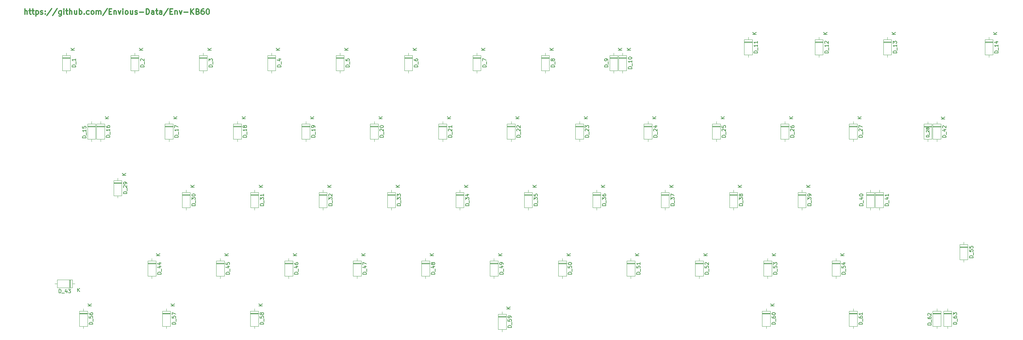
<source format=gbr>
G04 #@! TF.GenerationSoftware,KiCad,Pcbnew,(5.1.9)-1*
G04 #@! TF.CreationDate,2021-04-13T11:57:25+01:00*
G04 #@! TF.ProjectId,Env-KB60,456e762d-4b42-4363-902e-6b696361645f,rev?*
G04 #@! TF.SameCoordinates,Original*
G04 #@! TF.FileFunction,Legend,Top*
G04 #@! TF.FilePolarity,Positive*
%FSLAX46Y46*%
G04 Gerber Fmt 4.6, Leading zero omitted, Abs format (unit mm)*
G04 Created by KiCad (PCBNEW (5.1.9)-1) date 2021-04-13 11:57:25*
%MOMM*%
%LPD*%
G01*
G04 APERTURE LIST*
%ADD10C,0.300000*%
%ADD11C,0.120000*%
%ADD12C,0.150000*%
G04 APERTURE END LIST*
D10*
X74607142Y-77678571D02*
X74607142Y-76178571D01*
X75250000Y-77678571D02*
X75250000Y-76892857D01*
X75178571Y-76750000D01*
X75035714Y-76678571D01*
X74821428Y-76678571D01*
X74678571Y-76750000D01*
X74607142Y-76821428D01*
X75750000Y-76678571D02*
X76321428Y-76678571D01*
X75964285Y-76178571D02*
X75964285Y-77464285D01*
X76035714Y-77607142D01*
X76178571Y-77678571D01*
X76321428Y-77678571D01*
X76607142Y-76678571D02*
X77178571Y-76678571D01*
X76821428Y-76178571D02*
X76821428Y-77464285D01*
X76892857Y-77607142D01*
X77035714Y-77678571D01*
X77178571Y-77678571D01*
X77678571Y-76678571D02*
X77678571Y-78178571D01*
X77678571Y-76750000D02*
X77821428Y-76678571D01*
X78107142Y-76678571D01*
X78250000Y-76750000D01*
X78321428Y-76821428D01*
X78392857Y-76964285D01*
X78392857Y-77392857D01*
X78321428Y-77535714D01*
X78250000Y-77607142D01*
X78107142Y-77678571D01*
X77821428Y-77678571D01*
X77678571Y-77607142D01*
X78964285Y-77607142D02*
X79107142Y-77678571D01*
X79392857Y-77678571D01*
X79535714Y-77607142D01*
X79607142Y-77464285D01*
X79607142Y-77392857D01*
X79535714Y-77250000D01*
X79392857Y-77178571D01*
X79178571Y-77178571D01*
X79035714Y-77107142D01*
X78964285Y-76964285D01*
X78964285Y-76892857D01*
X79035714Y-76750000D01*
X79178571Y-76678571D01*
X79392857Y-76678571D01*
X79535714Y-76750000D01*
X80250000Y-77535714D02*
X80321428Y-77607142D01*
X80250000Y-77678571D01*
X80178571Y-77607142D01*
X80250000Y-77535714D01*
X80250000Y-77678571D01*
X80250000Y-76750000D02*
X80321428Y-76821428D01*
X80250000Y-76892857D01*
X80178571Y-76821428D01*
X80250000Y-76750000D01*
X80250000Y-76892857D01*
X82035714Y-76107142D02*
X80750000Y-78035714D01*
X83607142Y-76107142D02*
X82321428Y-78035714D01*
X84750000Y-76678571D02*
X84750000Y-77892857D01*
X84678571Y-78035714D01*
X84607142Y-78107142D01*
X84464285Y-78178571D01*
X84250000Y-78178571D01*
X84107142Y-78107142D01*
X84750000Y-77607142D02*
X84607142Y-77678571D01*
X84321428Y-77678571D01*
X84178571Y-77607142D01*
X84107142Y-77535714D01*
X84035714Y-77392857D01*
X84035714Y-76964285D01*
X84107142Y-76821428D01*
X84178571Y-76750000D01*
X84321428Y-76678571D01*
X84607142Y-76678571D01*
X84750000Y-76750000D01*
X85464285Y-77678571D02*
X85464285Y-76678571D01*
X85464285Y-76178571D02*
X85392857Y-76250000D01*
X85464285Y-76321428D01*
X85535714Y-76250000D01*
X85464285Y-76178571D01*
X85464285Y-76321428D01*
X85964285Y-76678571D02*
X86535714Y-76678571D01*
X86178571Y-76178571D02*
X86178571Y-77464285D01*
X86250000Y-77607142D01*
X86392857Y-77678571D01*
X86535714Y-77678571D01*
X87035714Y-77678571D02*
X87035714Y-76178571D01*
X87678571Y-77678571D02*
X87678571Y-76892857D01*
X87607142Y-76750000D01*
X87464285Y-76678571D01*
X87250000Y-76678571D01*
X87107142Y-76750000D01*
X87035714Y-76821428D01*
X89035714Y-76678571D02*
X89035714Y-77678571D01*
X88392857Y-76678571D02*
X88392857Y-77464285D01*
X88464285Y-77607142D01*
X88607142Y-77678571D01*
X88821428Y-77678571D01*
X88964285Y-77607142D01*
X89035714Y-77535714D01*
X89750000Y-77678571D02*
X89750000Y-76178571D01*
X89750000Y-76750000D02*
X89892857Y-76678571D01*
X90178571Y-76678571D01*
X90321428Y-76750000D01*
X90392857Y-76821428D01*
X90464285Y-76964285D01*
X90464285Y-77392857D01*
X90392857Y-77535714D01*
X90321428Y-77607142D01*
X90178571Y-77678571D01*
X89892857Y-77678571D01*
X89750000Y-77607142D01*
X91107142Y-77535714D02*
X91178571Y-77607142D01*
X91107142Y-77678571D01*
X91035714Y-77607142D01*
X91107142Y-77535714D01*
X91107142Y-77678571D01*
X92464285Y-77607142D02*
X92321428Y-77678571D01*
X92035714Y-77678571D01*
X91892857Y-77607142D01*
X91821428Y-77535714D01*
X91750000Y-77392857D01*
X91750000Y-76964285D01*
X91821428Y-76821428D01*
X91892857Y-76750000D01*
X92035714Y-76678571D01*
X92321428Y-76678571D01*
X92464285Y-76750000D01*
X93321428Y-77678571D02*
X93178571Y-77607142D01*
X93107142Y-77535714D01*
X93035714Y-77392857D01*
X93035714Y-76964285D01*
X93107142Y-76821428D01*
X93178571Y-76750000D01*
X93321428Y-76678571D01*
X93535714Y-76678571D01*
X93678571Y-76750000D01*
X93750000Y-76821428D01*
X93821428Y-76964285D01*
X93821428Y-77392857D01*
X93750000Y-77535714D01*
X93678571Y-77607142D01*
X93535714Y-77678571D01*
X93321428Y-77678571D01*
X94464285Y-77678571D02*
X94464285Y-76678571D01*
X94464285Y-76821428D02*
X94535714Y-76750000D01*
X94678571Y-76678571D01*
X94892857Y-76678571D01*
X95035714Y-76750000D01*
X95107142Y-76892857D01*
X95107142Y-77678571D01*
X95107142Y-76892857D02*
X95178571Y-76750000D01*
X95321428Y-76678571D01*
X95535714Y-76678571D01*
X95678571Y-76750000D01*
X95750000Y-76892857D01*
X95750000Y-77678571D01*
X97535714Y-76107142D02*
X96250000Y-78035714D01*
X98035714Y-76892857D02*
X98535714Y-76892857D01*
X98750000Y-77678571D02*
X98035714Y-77678571D01*
X98035714Y-76178571D01*
X98750000Y-76178571D01*
X99392857Y-76678571D02*
X99392857Y-77678571D01*
X99392857Y-76821428D02*
X99464285Y-76750000D01*
X99607142Y-76678571D01*
X99821428Y-76678571D01*
X99964285Y-76750000D01*
X100035714Y-76892857D01*
X100035714Y-77678571D01*
X100607142Y-76678571D02*
X100964285Y-77678571D01*
X101321428Y-76678571D01*
X101892857Y-77678571D02*
X101892857Y-76678571D01*
X101892857Y-76178571D02*
X101821428Y-76250000D01*
X101892857Y-76321428D01*
X101964285Y-76250000D01*
X101892857Y-76178571D01*
X101892857Y-76321428D01*
X102821428Y-77678571D02*
X102678571Y-77607142D01*
X102607142Y-77535714D01*
X102535714Y-77392857D01*
X102535714Y-76964285D01*
X102607142Y-76821428D01*
X102678571Y-76750000D01*
X102821428Y-76678571D01*
X103035714Y-76678571D01*
X103178571Y-76750000D01*
X103250000Y-76821428D01*
X103321428Y-76964285D01*
X103321428Y-77392857D01*
X103250000Y-77535714D01*
X103178571Y-77607142D01*
X103035714Y-77678571D01*
X102821428Y-77678571D01*
X104607142Y-76678571D02*
X104607142Y-77678571D01*
X103964285Y-76678571D02*
X103964285Y-77464285D01*
X104035714Y-77607142D01*
X104178571Y-77678571D01*
X104392857Y-77678571D01*
X104535714Y-77607142D01*
X104607142Y-77535714D01*
X105250000Y-77607142D02*
X105392857Y-77678571D01*
X105678571Y-77678571D01*
X105821428Y-77607142D01*
X105892857Y-77464285D01*
X105892857Y-77392857D01*
X105821428Y-77250000D01*
X105678571Y-77178571D01*
X105464285Y-77178571D01*
X105321428Y-77107142D01*
X105250000Y-76964285D01*
X105250000Y-76892857D01*
X105321428Y-76750000D01*
X105464285Y-76678571D01*
X105678571Y-76678571D01*
X105821428Y-76750000D01*
X106535714Y-77107142D02*
X107678571Y-77107142D01*
X108392857Y-77678571D02*
X108392857Y-76178571D01*
X108750000Y-76178571D01*
X108964285Y-76250000D01*
X109107142Y-76392857D01*
X109178571Y-76535714D01*
X109250000Y-76821428D01*
X109250000Y-77035714D01*
X109178571Y-77321428D01*
X109107142Y-77464285D01*
X108964285Y-77607142D01*
X108750000Y-77678571D01*
X108392857Y-77678571D01*
X110535714Y-77678571D02*
X110535714Y-76892857D01*
X110464285Y-76750000D01*
X110321428Y-76678571D01*
X110035714Y-76678571D01*
X109892857Y-76750000D01*
X110535714Y-77607142D02*
X110392857Y-77678571D01*
X110035714Y-77678571D01*
X109892857Y-77607142D01*
X109821428Y-77464285D01*
X109821428Y-77321428D01*
X109892857Y-77178571D01*
X110035714Y-77107142D01*
X110392857Y-77107142D01*
X110535714Y-77035714D01*
X111035714Y-76678571D02*
X111607142Y-76678571D01*
X111250000Y-76178571D02*
X111250000Y-77464285D01*
X111321428Y-77607142D01*
X111464285Y-77678571D01*
X111607142Y-77678571D01*
X112750000Y-77678571D02*
X112750000Y-76892857D01*
X112678571Y-76750000D01*
X112535714Y-76678571D01*
X112250000Y-76678571D01*
X112107142Y-76750000D01*
X112750000Y-77607142D02*
X112607142Y-77678571D01*
X112250000Y-77678571D01*
X112107142Y-77607142D01*
X112035714Y-77464285D01*
X112035714Y-77321428D01*
X112107142Y-77178571D01*
X112250000Y-77107142D01*
X112607142Y-77107142D01*
X112750000Y-77035714D01*
X114535714Y-76107142D02*
X113250000Y-78035714D01*
X115035714Y-76892857D02*
X115535714Y-76892857D01*
X115750000Y-77678571D02*
X115035714Y-77678571D01*
X115035714Y-76178571D01*
X115750000Y-76178571D01*
X116392857Y-76678571D02*
X116392857Y-77678571D01*
X116392857Y-76821428D02*
X116464285Y-76750000D01*
X116607142Y-76678571D01*
X116821428Y-76678571D01*
X116964285Y-76750000D01*
X117035714Y-76892857D01*
X117035714Y-77678571D01*
X117607142Y-76678571D02*
X117964285Y-77678571D01*
X118321428Y-76678571D01*
X118892857Y-77107142D02*
X120035714Y-77107142D01*
X120750000Y-77678571D02*
X120750000Y-76178571D01*
X121607142Y-77678571D02*
X120964285Y-76821428D01*
X121607142Y-76178571D02*
X120750000Y-77035714D01*
X122750000Y-76892857D02*
X122964285Y-76964285D01*
X123035714Y-77035714D01*
X123107142Y-77178571D01*
X123107142Y-77392857D01*
X123035714Y-77535714D01*
X122964285Y-77607142D01*
X122821428Y-77678571D01*
X122250000Y-77678571D01*
X122250000Y-76178571D01*
X122750000Y-76178571D01*
X122892857Y-76250000D01*
X122964285Y-76321428D01*
X123035714Y-76464285D01*
X123035714Y-76607142D01*
X122964285Y-76750000D01*
X122892857Y-76821428D01*
X122750000Y-76892857D01*
X122250000Y-76892857D01*
X124392857Y-76178571D02*
X124107142Y-76178571D01*
X123964285Y-76250000D01*
X123892857Y-76321428D01*
X123750000Y-76535714D01*
X123678571Y-76821428D01*
X123678571Y-77392857D01*
X123750000Y-77535714D01*
X123821428Y-77607142D01*
X123964285Y-77678571D01*
X124250000Y-77678571D01*
X124392857Y-77607142D01*
X124464285Y-77535714D01*
X124535714Y-77392857D01*
X124535714Y-77035714D01*
X124464285Y-76892857D01*
X124392857Y-76821428D01*
X124250000Y-76750000D01*
X123964285Y-76750000D01*
X123821428Y-76821428D01*
X123750000Y-76892857D01*
X123678571Y-77035714D01*
X125464285Y-76178571D02*
X125607142Y-76178571D01*
X125750000Y-76250000D01*
X125821428Y-76321428D01*
X125892857Y-76464285D01*
X125964285Y-76750000D01*
X125964285Y-77107142D01*
X125892857Y-77392857D01*
X125821428Y-77535714D01*
X125750000Y-77607142D01*
X125607142Y-77678571D01*
X125464285Y-77678571D01*
X125321428Y-77607142D01*
X125250000Y-77535714D01*
X125178571Y-77392857D01*
X125107142Y-77107142D01*
X125107142Y-76750000D01*
X125178571Y-76464285D01*
X125250000Y-76321428D01*
X125321428Y-76250000D01*
X125464285Y-76178571D01*
D11*
X94295000Y-108745000D02*
X92055000Y-108745000D01*
X94295000Y-108985000D02*
X92055000Y-108985000D01*
X94295000Y-108865000D02*
X92055000Y-108865000D01*
X93175000Y-113035000D02*
X93175000Y-112385000D01*
X93175000Y-107495000D02*
X93175000Y-108145000D01*
X94295000Y-112385000D02*
X94295000Y-108145000D01*
X92055000Y-112385000D02*
X94295000Y-112385000D01*
X92055000Y-108145000D02*
X92055000Y-112385000D01*
X94295000Y-108145000D02*
X92055000Y-108145000D01*
X327120000Y-108790000D02*
X324880000Y-108790000D01*
X327120000Y-109030000D02*
X324880000Y-109030000D01*
X327120000Y-108910000D02*
X324880000Y-108910000D01*
X326000000Y-113080000D02*
X326000000Y-112430000D01*
X326000000Y-107540000D02*
X326000000Y-108190000D01*
X327120000Y-112430000D02*
X327120000Y-108190000D01*
X324880000Y-112430000D02*
X327120000Y-112430000D01*
X324880000Y-108190000D02*
X324880000Y-112430000D01*
X327120000Y-108190000D02*
X324880000Y-108190000D01*
X101557500Y-124470000D02*
X99317500Y-124470000D01*
X101557500Y-124710000D02*
X99317500Y-124710000D01*
X101557500Y-124590000D02*
X99317500Y-124590000D01*
X100437500Y-128760000D02*
X100437500Y-128110000D01*
X100437500Y-123220000D02*
X100437500Y-123870000D01*
X101557500Y-128110000D02*
X101557500Y-123870000D01*
X99317500Y-128110000D02*
X101557500Y-128110000D01*
X99317500Y-123870000D02*
X99317500Y-128110000D01*
X101557500Y-123870000D02*
X99317500Y-123870000D01*
X149182500Y-146840000D02*
X146942500Y-146840000D01*
X149182500Y-147080000D02*
X146942500Y-147080000D01*
X149182500Y-146960000D02*
X146942500Y-146960000D01*
X148062500Y-151130000D02*
X148062500Y-150480000D01*
X148062500Y-145590000D02*
X148062500Y-146240000D01*
X149182500Y-150480000D02*
X149182500Y-146240000D01*
X146942500Y-150480000D02*
X149182500Y-150480000D01*
X146942500Y-146240000D02*
X146942500Y-150480000D01*
X149182500Y-146240000D02*
X146942500Y-146240000D01*
X313610000Y-127790000D02*
X311370000Y-127790000D01*
X313610000Y-128030000D02*
X311370000Y-128030000D01*
X313610000Y-127910000D02*
X311370000Y-127910000D01*
X312490000Y-132080000D02*
X312490000Y-131430000D01*
X312490000Y-126540000D02*
X312490000Y-127190000D01*
X313610000Y-131430000D02*
X313610000Y-127190000D01*
X311370000Y-131430000D02*
X313610000Y-131430000D01*
X311370000Y-127190000D02*
X311370000Y-131430000D01*
X313610000Y-127190000D02*
X311370000Y-127190000D01*
X87230000Y-153720000D02*
X87230000Y-151480000D01*
X86990000Y-153720000D02*
X86990000Y-151480000D01*
X87110000Y-153720000D02*
X87110000Y-151480000D01*
X82940000Y-152600000D02*
X83590000Y-152600000D01*
X88480000Y-152600000D02*
X87830000Y-152600000D01*
X83590000Y-153720000D02*
X87830000Y-153720000D01*
X83590000Y-151480000D02*
X83590000Y-153720000D01*
X87830000Y-151480000D02*
X83590000Y-151480000D01*
X87830000Y-153720000D02*
X87830000Y-151480000D01*
X225382500Y-146840000D02*
X223142500Y-146840000D01*
X225382500Y-147080000D02*
X223142500Y-147080000D01*
X225382500Y-146960000D02*
X223142500Y-146960000D01*
X224262500Y-151130000D02*
X224262500Y-150480000D01*
X224262500Y-145590000D02*
X224262500Y-146240000D01*
X225382500Y-150480000D02*
X225382500Y-146240000D01*
X223142500Y-150480000D02*
X225382500Y-150480000D01*
X223142500Y-146240000D02*
X223142500Y-150480000D01*
X225382500Y-146240000D02*
X223142500Y-146240000D01*
X263482500Y-146840000D02*
X261242500Y-146840000D01*
X263482500Y-147080000D02*
X261242500Y-147080000D01*
X263482500Y-146960000D02*
X261242500Y-146960000D01*
X262362500Y-151130000D02*
X262362500Y-150480000D01*
X262362500Y-145590000D02*
X262362500Y-146240000D01*
X263482500Y-150480000D02*
X263482500Y-146240000D01*
X261242500Y-150480000D02*
X263482500Y-150480000D01*
X261242500Y-146240000D02*
X261242500Y-150480000D01*
X263482500Y-146240000D02*
X261242500Y-146240000D01*
X120607500Y-127790000D02*
X118367500Y-127790000D01*
X120607500Y-128030000D02*
X118367500Y-128030000D01*
X120607500Y-127910000D02*
X118367500Y-127910000D01*
X119487500Y-132080000D02*
X119487500Y-131430000D01*
X119487500Y-126540000D02*
X119487500Y-127190000D01*
X120607500Y-131430000D02*
X120607500Y-127190000D01*
X118367500Y-131430000D02*
X120607500Y-131430000D01*
X118367500Y-127190000D02*
X118367500Y-131430000D01*
X120607500Y-127190000D02*
X118367500Y-127190000D01*
X287295000Y-108740000D02*
X285055000Y-108740000D01*
X287295000Y-108980000D02*
X285055000Y-108980000D01*
X287295000Y-108860000D02*
X285055000Y-108860000D01*
X286175000Y-113030000D02*
X286175000Y-112380000D01*
X286175000Y-107490000D02*
X286175000Y-108140000D01*
X287295000Y-112380000D02*
X287295000Y-108140000D01*
X285055000Y-112380000D02*
X287295000Y-112380000D01*
X285055000Y-108140000D02*
X285055000Y-112380000D01*
X287295000Y-108140000D02*
X285055000Y-108140000D01*
X277120000Y-85290000D02*
X274880000Y-85290000D01*
X277120000Y-85530000D02*
X274880000Y-85530000D01*
X277120000Y-85410000D02*
X274880000Y-85410000D01*
X276000000Y-89580000D02*
X276000000Y-88930000D01*
X276000000Y-84040000D02*
X276000000Y-84690000D01*
X277120000Y-88930000D02*
X277120000Y-84690000D01*
X274880000Y-88930000D02*
X277120000Y-88930000D01*
X274880000Y-84690000D02*
X274880000Y-88930000D01*
X277120000Y-84690000D02*
X274880000Y-84690000D01*
X296820000Y-85290000D02*
X294580000Y-85290000D01*
X296820000Y-85530000D02*
X294580000Y-85530000D01*
X296820000Y-85410000D02*
X294580000Y-85410000D01*
X295700000Y-89580000D02*
X295700000Y-88930000D01*
X295700000Y-84040000D02*
X295700000Y-84690000D01*
X296820000Y-88930000D02*
X296820000Y-84690000D01*
X294580000Y-88930000D02*
X296820000Y-88930000D01*
X294580000Y-84690000D02*
X294580000Y-88930000D01*
X296820000Y-84690000D02*
X294580000Y-84690000D01*
X344120000Y-85290000D02*
X341880000Y-85290000D01*
X344120000Y-85530000D02*
X341880000Y-85530000D01*
X344120000Y-85410000D02*
X341880000Y-85410000D01*
X343000000Y-89580000D02*
X343000000Y-88930000D01*
X343000000Y-84040000D02*
X343000000Y-84690000D01*
X344120000Y-88930000D02*
X344120000Y-84690000D01*
X341880000Y-88930000D02*
X344120000Y-88930000D01*
X341880000Y-84690000D02*
X341880000Y-88930000D01*
X344120000Y-84690000D02*
X341880000Y-84690000D01*
X153945000Y-108740000D02*
X151705000Y-108740000D01*
X153945000Y-108980000D02*
X151705000Y-108980000D01*
X153945000Y-108860000D02*
X151705000Y-108860000D01*
X152825000Y-113030000D02*
X152825000Y-112380000D01*
X152825000Y-107490000D02*
X152825000Y-108140000D01*
X153945000Y-112380000D02*
X153945000Y-108140000D01*
X151705000Y-112380000D02*
X153945000Y-112380000D01*
X151705000Y-108140000D02*
X151705000Y-112380000D01*
X153945000Y-108140000D02*
X151705000Y-108140000D01*
X329620000Y-108790000D02*
X327380000Y-108790000D01*
X329620000Y-109030000D02*
X327380000Y-109030000D01*
X329620000Y-108910000D02*
X327380000Y-108910000D01*
X328500000Y-113080000D02*
X328500000Y-112430000D01*
X328500000Y-107540000D02*
X328500000Y-108190000D01*
X329620000Y-112430000D02*
X329620000Y-108190000D01*
X327380000Y-112430000D02*
X329620000Y-112430000D01*
X327380000Y-108190000D02*
X327380000Y-112430000D01*
X329620000Y-108190000D02*
X327380000Y-108190000D01*
X158707500Y-127790000D02*
X156467500Y-127790000D01*
X158707500Y-128030000D02*
X156467500Y-128030000D01*
X158707500Y-127910000D02*
X156467500Y-127910000D01*
X157587500Y-132080000D02*
X157587500Y-131430000D01*
X157587500Y-126540000D02*
X157587500Y-127190000D01*
X158707500Y-131430000D02*
X158707500Y-127190000D01*
X156467500Y-131430000D02*
X158707500Y-131430000D01*
X156467500Y-127190000D02*
X156467500Y-131430000D01*
X158707500Y-127190000D02*
X156467500Y-127190000D01*
X234907500Y-127790000D02*
X232667500Y-127790000D01*
X234907500Y-128030000D02*
X232667500Y-128030000D01*
X234907500Y-127910000D02*
X232667500Y-127910000D01*
X233787500Y-132080000D02*
X233787500Y-131430000D01*
X233787500Y-126540000D02*
X233787500Y-127190000D01*
X234907500Y-131430000D02*
X234907500Y-127190000D01*
X232667500Y-131430000D02*
X234907500Y-131430000D01*
X232667500Y-127190000D02*
X232667500Y-131430000D01*
X234907500Y-127190000D02*
X232667500Y-127190000D01*
X306345000Y-108740000D02*
X304105000Y-108740000D01*
X306345000Y-108980000D02*
X304105000Y-108980000D01*
X306345000Y-108860000D02*
X304105000Y-108860000D01*
X305225000Y-113030000D02*
X305225000Y-112380000D01*
X305225000Y-107490000D02*
X305225000Y-108140000D01*
X306345000Y-112380000D02*
X306345000Y-108140000D01*
X304105000Y-112380000D02*
X306345000Y-112380000D01*
X304105000Y-108140000D02*
X304105000Y-112380000D01*
X306345000Y-108140000D02*
X304105000Y-108140000D01*
X134895000Y-108740000D02*
X132655000Y-108740000D01*
X134895000Y-108980000D02*
X132655000Y-108980000D01*
X134895000Y-108860000D02*
X132655000Y-108860000D01*
X133775000Y-113030000D02*
X133775000Y-112380000D01*
X133775000Y-107490000D02*
X133775000Y-108140000D01*
X134895000Y-112380000D02*
X134895000Y-108140000D01*
X132655000Y-112380000D02*
X134895000Y-112380000D01*
X132655000Y-108140000D02*
X132655000Y-112380000D01*
X134895000Y-108140000D02*
X132655000Y-108140000D01*
X315870000Y-85290000D02*
X313630000Y-85290000D01*
X315870000Y-85530000D02*
X313630000Y-85530000D01*
X315870000Y-85410000D02*
X313630000Y-85410000D01*
X314750000Y-89580000D02*
X314750000Y-88930000D01*
X314750000Y-84040000D02*
X314750000Y-84690000D01*
X315870000Y-88930000D02*
X315870000Y-84690000D01*
X313630000Y-88930000D02*
X315870000Y-88930000D01*
X313630000Y-84690000D02*
X313630000Y-88930000D01*
X315870000Y-84690000D02*
X313630000Y-84690000D01*
X115845000Y-108740000D02*
X113605000Y-108740000D01*
X115845000Y-108980000D02*
X113605000Y-108980000D01*
X115845000Y-108860000D02*
X113605000Y-108860000D01*
X114725000Y-113030000D02*
X114725000Y-112380000D01*
X114725000Y-107490000D02*
X114725000Y-108140000D01*
X115845000Y-112380000D02*
X115845000Y-108140000D01*
X113605000Y-112380000D02*
X115845000Y-112380000D01*
X113605000Y-108140000D02*
X113605000Y-112380000D01*
X115845000Y-108140000D02*
X113605000Y-108140000D01*
X211095000Y-108740000D02*
X208855000Y-108740000D01*
X211095000Y-108980000D02*
X208855000Y-108980000D01*
X211095000Y-108860000D02*
X208855000Y-108860000D01*
X209975000Y-113030000D02*
X209975000Y-112380000D01*
X209975000Y-107490000D02*
X209975000Y-108140000D01*
X211095000Y-112380000D02*
X211095000Y-108140000D01*
X208855000Y-112380000D02*
X211095000Y-112380000D01*
X208855000Y-108140000D02*
X208855000Y-112380000D01*
X211095000Y-108140000D02*
X208855000Y-108140000D01*
X172995000Y-108740000D02*
X170755000Y-108740000D01*
X172995000Y-108980000D02*
X170755000Y-108980000D01*
X172995000Y-108860000D02*
X170755000Y-108860000D01*
X171875000Y-113030000D02*
X171875000Y-112380000D01*
X171875000Y-107490000D02*
X171875000Y-108140000D01*
X172995000Y-112380000D02*
X172995000Y-108140000D01*
X170755000Y-112380000D02*
X172995000Y-112380000D01*
X170755000Y-108140000D02*
X170755000Y-112380000D01*
X172995000Y-108140000D02*
X170755000Y-108140000D01*
X268245000Y-108740000D02*
X266005000Y-108740000D01*
X268245000Y-108980000D02*
X266005000Y-108980000D01*
X268245000Y-108860000D02*
X266005000Y-108860000D01*
X267125000Y-113030000D02*
X267125000Y-112380000D01*
X267125000Y-107490000D02*
X267125000Y-108140000D01*
X268245000Y-112380000D02*
X268245000Y-108140000D01*
X266005000Y-112380000D02*
X268245000Y-112380000D01*
X266005000Y-108140000D02*
X266005000Y-112380000D01*
X268245000Y-108140000D02*
X266005000Y-108140000D01*
X177757500Y-127790000D02*
X175517500Y-127790000D01*
X177757500Y-128030000D02*
X175517500Y-128030000D01*
X177757500Y-127910000D02*
X175517500Y-127910000D01*
X176637500Y-132080000D02*
X176637500Y-131430000D01*
X176637500Y-126540000D02*
X176637500Y-127190000D01*
X177757500Y-131430000D02*
X177757500Y-127190000D01*
X175517500Y-131430000D02*
X177757500Y-131430000D01*
X175517500Y-127190000D02*
X175517500Y-131430000D01*
X177757500Y-127190000D02*
X175517500Y-127190000D01*
X215857500Y-127790000D02*
X213617500Y-127790000D01*
X215857500Y-128030000D02*
X213617500Y-128030000D01*
X215857500Y-127910000D02*
X213617500Y-127910000D01*
X214737500Y-132080000D02*
X214737500Y-131430000D01*
X214737500Y-126540000D02*
X214737500Y-127190000D01*
X215857500Y-131430000D02*
X215857500Y-127190000D01*
X213617500Y-131430000D02*
X215857500Y-131430000D01*
X213617500Y-127190000D02*
X213617500Y-131430000D01*
X215857500Y-127190000D02*
X213617500Y-127190000D01*
X249195000Y-108740000D02*
X246955000Y-108740000D01*
X249195000Y-108980000D02*
X246955000Y-108980000D01*
X249195000Y-108860000D02*
X246955000Y-108860000D01*
X248075000Y-113030000D02*
X248075000Y-112380000D01*
X248075000Y-107490000D02*
X248075000Y-108140000D01*
X249195000Y-112380000D02*
X249195000Y-108140000D01*
X246955000Y-112380000D02*
X249195000Y-112380000D01*
X246955000Y-108140000D02*
X246955000Y-112380000D01*
X249195000Y-108140000D02*
X246955000Y-108140000D01*
X253957500Y-127790000D02*
X251717500Y-127790000D01*
X253957500Y-128030000D02*
X251717500Y-128030000D01*
X253957500Y-127910000D02*
X251717500Y-127910000D01*
X252837500Y-132080000D02*
X252837500Y-131430000D01*
X252837500Y-126540000D02*
X252837500Y-127190000D01*
X253957500Y-131430000D02*
X253957500Y-127190000D01*
X251717500Y-131430000D02*
X253957500Y-131430000D01*
X251717500Y-127190000D02*
X251717500Y-131430000D01*
X253957500Y-127190000D02*
X251717500Y-127190000D01*
X196807500Y-127790000D02*
X194567500Y-127790000D01*
X196807500Y-128030000D02*
X194567500Y-128030000D01*
X196807500Y-127910000D02*
X194567500Y-127910000D01*
X195687500Y-132080000D02*
X195687500Y-131430000D01*
X195687500Y-126540000D02*
X195687500Y-127190000D01*
X196807500Y-131430000D02*
X196807500Y-127190000D01*
X194567500Y-131430000D02*
X196807500Y-131430000D01*
X194567500Y-127190000D02*
X194567500Y-131430000D01*
X196807500Y-127190000D02*
X194567500Y-127190000D01*
X273007500Y-127790000D02*
X270767500Y-127790000D01*
X273007500Y-128030000D02*
X270767500Y-128030000D01*
X273007500Y-127910000D02*
X270767500Y-127910000D01*
X271887500Y-132080000D02*
X271887500Y-131430000D01*
X271887500Y-126540000D02*
X271887500Y-127190000D01*
X273007500Y-131430000D02*
X273007500Y-127190000D01*
X270767500Y-131430000D02*
X273007500Y-131430000D01*
X270767500Y-127190000D02*
X270767500Y-131430000D01*
X273007500Y-127190000D02*
X270767500Y-127190000D01*
X292057500Y-127790000D02*
X289817500Y-127790000D01*
X292057500Y-128030000D02*
X289817500Y-128030000D01*
X292057500Y-127910000D02*
X289817500Y-127910000D01*
X290937500Y-132080000D02*
X290937500Y-131430000D01*
X290937500Y-126540000D02*
X290937500Y-127190000D01*
X292057500Y-131430000D02*
X292057500Y-127190000D01*
X289817500Y-131430000D02*
X292057500Y-131430000D01*
X289817500Y-127190000D02*
X289817500Y-131430000D01*
X292057500Y-127190000D02*
X289817500Y-127190000D01*
X311107500Y-127790000D02*
X308867500Y-127790000D01*
X311107500Y-128030000D02*
X308867500Y-128030000D01*
X311107500Y-127910000D02*
X308867500Y-127910000D01*
X309987500Y-132080000D02*
X309987500Y-131430000D01*
X309987500Y-126540000D02*
X309987500Y-127190000D01*
X311107500Y-131430000D02*
X311107500Y-127190000D01*
X308867500Y-131430000D02*
X311107500Y-131430000D01*
X308867500Y-127190000D02*
X308867500Y-131430000D01*
X311107500Y-127190000D02*
X308867500Y-127190000D01*
X111082500Y-146840000D02*
X108842500Y-146840000D01*
X111082500Y-147080000D02*
X108842500Y-147080000D01*
X111082500Y-146960000D02*
X108842500Y-146960000D01*
X109962500Y-151130000D02*
X109962500Y-150480000D01*
X109962500Y-145590000D02*
X109962500Y-146240000D01*
X111082500Y-150480000D02*
X111082500Y-146240000D01*
X108842500Y-150480000D02*
X111082500Y-150480000D01*
X108842500Y-146240000D02*
X108842500Y-150480000D01*
X111082500Y-146240000D02*
X108842500Y-146240000D01*
X130132500Y-146840000D02*
X127892500Y-146840000D01*
X130132500Y-147080000D02*
X127892500Y-147080000D01*
X130132500Y-146960000D02*
X127892500Y-146960000D01*
X129012500Y-151130000D02*
X129012500Y-150480000D01*
X129012500Y-145590000D02*
X129012500Y-146240000D01*
X130132500Y-150480000D02*
X130132500Y-146240000D01*
X127892500Y-150480000D02*
X130132500Y-150480000D01*
X127892500Y-146240000D02*
X127892500Y-150480000D01*
X130132500Y-146240000D02*
X127892500Y-146240000D01*
X96795000Y-108740000D02*
X94555000Y-108740000D01*
X96795000Y-108980000D02*
X94555000Y-108980000D01*
X96795000Y-108860000D02*
X94555000Y-108860000D01*
X95675000Y-113030000D02*
X95675000Y-112380000D01*
X95675000Y-107490000D02*
X95675000Y-108140000D01*
X96795000Y-112380000D02*
X96795000Y-108140000D01*
X94555000Y-112380000D02*
X96795000Y-112380000D01*
X94555000Y-108140000D02*
X94555000Y-112380000D01*
X96795000Y-108140000D02*
X94555000Y-108140000D01*
X192045000Y-108740000D02*
X189805000Y-108740000D01*
X192045000Y-108980000D02*
X189805000Y-108980000D01*
X192045000Y-108860000D02*
X189805000Y-108860000D01*
X190925000Y-113030000D02*
X190925000Y-112380000D01*
X190925000Y-107490000D02*
X190925000Y-108140000D01*
X192045000Y-112380000D02*
X192045000Y-108140000D01*
X189805000Y-112380000D02*
X192045000Y-112380000D01*
X189805000Y-108140000D02*
X189805000Y-112380000D01*
X192045000Y-108140000D02*
X189805000Y-108140000D01*
X230145000Y-108740000D02*
X227905000Y-108740000D01*
X230145000Y-108980000D02*
X227905000Y-108980000D01*
X230145000Y-108860000D02*
X227905000Y-108860000D01*
X229025000Y-113030000D02*
X229025000Y-112380000D01*
X229025000Y-107490000D02*
X229025000Y-108140000D01*
X230145000Y-112380000D02*
X230145000Y-108140000D01*
X227905000Y-112380000D02*
X230145000Y-112380000D01*
X227905000Y-108140000D02*
X227905000Y-112380000D01*
X230145000Y-108140000D02*
X227905000Y-108140000D01*
X139657500Y-127790000D02*
X137417500Y-127790000D01*
X139657500Y-128030000D02*
X137417500Y-128030000D01*
X139657500Y-127910000D02*
X137417500Y-127910000D01*
X138537500Y-132080000D02*
X138537500Y-131430000D01*
X138537500Y-126540000D02*
X138537500Y-127190000D01*
X139657500Y-131430000D02*
X139657500Y-127190000D01*
X137417500Y-131430000D02*
X139657500Y-131430000D01*
X137417500Y-127190000D02*
X137417500Y-131430000D01*
X139657500Y-127190000D02*
X137417500Y-127190000D01*
X168232500Y-146840000D02*
X165992500Y-146840000D01*
X168232500Y-147080000D02*
X165992500Y-147080000D01*
X168232500Y-146960000D02*
X165992500Y-146960000D01*
X167112500Y-151130000D02*
X167112500Y-150480000D01*
X167112500Y-145590000D02*
X167112500Y-146240000D01*
X168232500Y-150480000D02*
X168232500Y-146240000D01*
X165992500Y-150480000D02*
X168232500Y-150480000D01*
X165992500Y-146240000D02*
X165992500Y-150480000D01*
X168232500Y-146240000D02*
X165992500Y-146240000D01*
X187282500Y-146840000D02*
X185042500Y-146840000D01*
X187282500Y-147080000D02*
X185042500Y-147080000D01*
X187282500Y-146960000D02*
X185042500Y-146960000D01*
X186162500Y-151130000D02*
X186162500Y-150480000D01*
X186162500Y-145590000D02*
X186162500Y-146240000D01*
X187282500Y-150480000D02*
X187282500Y-146240000D01*
X185042500Y-150480000D02*
X187282500Y-150480000D01*
X185042500Y-146240000D02*
X185042500Y-150480000D01*
X187282500Y-146240000D02*
X185042500Y-146240000D01*
X206332500Y-146840000D02*
X204092500Y-146840000D01*
X206332500Y-147080000D02*
X204092500Y-147080000D01*
X206332500Y-146960000D02*
X204092500Y-146960000D01*
X205212500Y-151130000D02*
X205212500Y-150480000D01*
X205212500Y-145590000D02*
X205212500Y-146240000D01*
X206332500Y-150480000D02*
X206332500Y-146240000D01*
X204092500Y-150480000D02*
X206332500Y-150480000D01*
X204092500Y-146240000D02*
X204092500Y-150480000D01*
X206332500Y-146240000D02*
X204092500Y-146240000D01*
X244432500Y-146840000D02*
X242192500Y-146840000D01*
X244432500Y-147080000D02*
X242192500Y-147080000D01*
X244432500Y-146960000D02*
X242192500Y-146960000D01*
X243312500Y-151130000D02*
X243312500Y-150480000D01*
X243312500Y-145590000D02*
X243312500Y-146240000D01*
X244432500Y-150480000D02*
X244432500Y-146240000D01*
X242192500Y-150480000D02*
X244432500Y-150480000D01*
X242192500Y-146240000D02*
X242192500Y-150480000D01*
X244432500Y-146240000D02*
X242192500Y-146240000D01*
X115120000Y-160790000D02*
X112880000Y-160790000D01*
X115120000Y-161030000D02*
X112880000Y-161030000D01*
X115120000Y-160910000D02*
X112880000Y-160910000D01*
X114000000Y-165080000D02*
X114000000Y-164430000D01*
X114000000Y-159540000D02*
X114000000Y-160190000D01*
X115120000Y-164430000D02*
X115120000Y-160190000D01*
X112880000Y-164430000D02*
X115120000Y-164430000D01*
X112880000Y-160190000D02*
X112880000Y-164430000D01*
X115120000Y-160190000D02*
X112880000Y-160190000D01*
X92032500Y-160790000D02*
X89792500Y-160790000D01*
X92032500Y-161030000D02*
X89792500Y-161030000D01*
X92032500Y-160910000D02*
X89792500Y-160910000D01*
X90912500Y-165080000D02*
X90912500Y-164430000D01*
X90912500Y-159540000D02*
X90912500Y-160190000D01*
X92032500Y-164430000D02*
X92032500Y-160190000D01*
X89792500Y-164430000D02*
X92032500Y-164430000D01*
X89792500Y-160190000D02*
X89792500Y-164430000D01*
X92032500Y-160190000D02*
X89792500Y-160190000D01*
X282120000Y-160790000D02*
X279880000Y-160790000D01*
X282120000Y-161030000D02*
X279880000Y-161030000D01*
X282120000Y-160910000D02*
X279880000Y-160910000D01*
X281000000Y-165080000D02*
X281000000Y-164430000D01*
X281000000Y-159540000D02*
X281000000Y-160190000D01*
X282120000Y-164430000D02*
X282120000Y-160190000D01*
X279880000Y-164430000D02*
X282120000Y-164430000D01*
X279880000Y-160190000D02*
X279880000Y-164430000D01*
X282120000Y-160190000D02*
X279880000Y-160190000D01*
X301582500Y-146840000D02*
X299342500Y-146840000D01*
X301582500Y-147080000D02*
X299342500Y-147080000D01*
X301582500Y-146960000D02*
X299342500Y-146960000D01*
X300462500Y-151130000D02*
X300462500Y-150480000D01*
X300462500Y-145590000D02*
X300462500Y-146240000D01*
X301582500Y-150480000D02*
X301582500Y-146240000D01*
X299342500Y-150480000D02*
X301582500Y-150480000D01*
X299342500Y-146240000D02*
X299342500Y-150480000D01*
X301582500Y-146240000D02*
X299342500Y-146240000D01*
X282532500Y-146840000D02*
X280292500Y-146840000D01*
X282532500Y-147080000D02*
X280292500Y-147080000D01*
X282532500Y-146960000D02*
X280292500Y-146960000D01*
X281412500Y-151130000D02*
X281412500Y-150480000D01*
X281412500Y-145590000D02*
X281412500Y-146240000D01*
X282532500Y-150480000D02*
X282532500Y-146240000D01*
X280292500Y-150480000D02*
X282532500Y-150480000D01*
X280292500Y-146240000D02*
X280292500Y-150480000D01*
X282532500Y-146240000D02*
X280292500Y-146240000D01*
X139620000Y-160790000D02*
X137380000Y-160790000D01*
X139620000Y-161030000D02*
X137380000Y-161030000D01*
X139620000Y-160910000D02*
X137380000Y-160910000D01*
X138500000Y-165080000D02*
X138500000Y-164430000D01*
X138500000Y-159540000D02*
X138500000Y-160190000D01*
X139620000Y-164430000D02*
X139620000Y-160190000D01*
X137380000Y-164430000D02*
X139620000Y-164430000D01*
X137380000Y-160190000D02*
X137380000Y-164430000D01*
X139620000Y-160190000D02*
X137380000Y-160190000D01*
X306345000Y-160790000D02*
X304105000Y-160790000D01*
X306345000Y-161030000D02*
X304105000Y-161030000D01*
X306345000Y-160910000D02*
X304105000Y-160910000D01*
X305225000Y-165080000D02*
X305225000Y-164430000D01*
X305225000Y-159540000D02*
X305225000Y-160190000D01*
X306345000Y-164430000D02*
X306345000Y-160190000D01*
X304105000Y-164430000D02*
X306345000Y-164430000D01*
X304105000Y-160190000D02*
X304105000Y-164430000D01*
X306345000Y-160190000D02*
X304105000Y-160190000D01*
X329620000Y-160790000D02*
X327380000Y-160790000D01*
X329620000Y-161030000D02*
X327380000Y-161030000D01*
X329620000Y-160910000D02*
X327380000Y-160910000D01*
X328500000Y-165080000D02*
X328500000Y-164430000D01*
X328500000Y-159540000D02*
X328500000Y-160190000D01*
X329620000Y-164430000D02*
X329620000Y-160190000D01*
X327380000Y-164430000D02*
X329620000Y-164430000D01*
X327380000Y-160190000D02*
X327380000Y-164430000D01*
X329620000Y-160190000D02*
X327380000Y-160190000D01*
X208620000Y-161670000D02*
X206380000Y-161670000D01*
X208620000Y-161910000D02*
X206380000Y-161910000D01*
X208620000Y-161790000D02*
X206380000Y-161790000D01*
X207500000Y-165960000D02*
X207500000Y-165310000D01*
X207500000Y-160420000D02*
X207500000Y-161070000D01*
X208620000Y-165310000D02*
X208620000Y-161070000D01*
X206380000Y-165310000D02*
X208620000Y-165310000D01*
X206380000Y-161070000D02*
X206380000Y-165310000D01*
X208620000Y-161070000D02*
X206380000Y-161070000D01*
X337120000Y-142290000D02*
X334880000Y-142290000D01*
X337120000Y-142530000D02*
X334880000Y-142530000D01*
X337120000Y-142410000D02*
X334880000Y-142410000D01*
X336000000Y-146580000D02*
X336000000Y-145930000D01*
X336000000Y-141040000D02*
X336000000Y-141690000D01*
X337120000Y-145930000D02*
X337120000Y-141690000D01*
X334880000Y-145930000D02*
X337120000Y-145930000D01*
X334880000Y-141690000D02*
X334880000Y-145930000D01*
X337120000Y-141690000D02*
X334880000Y-141690000D01*
X201570000Y-89690000D02*
X199330000Y-89690000D01*
X201570000Y-89930000D02*
X199330000Y-89930000D01*
X201570000Y-89810000D02*
X199330000Y-89810000D01*
X200450000Y-93980000D02*
X200450000Y-93330000D01*
X200450000Y-88440000D02*
X200450000Y-89090000D01*
X201570000Y-93330000D02*
X201570000Y-89090000D01*
X199330000Y-93330000D02*
X201570000Y-93330000D01*
X199330000Y-89090000D02*
X199330000Y-93330000D01*
X201570000Y-89090000D02*
X199330000Y-89090000D01*
X182520000Y-89690000D02*
X180280000Y-89690000D01*
X182520000Y-89930000D02*
X180280000Y-89930000D01*
X182520000Y-89810000D02*
X180280000Y-89810000D01*
X181400000Y-93980000D02*
X181400000Y-93330000D01*
X181400000Y-88440000D02*
X181400000Y-89090000D01*
X182520000Y-93330000D02*
X182520000Y-89090000D01*
X180280000Y-93330000D02*
X182520000Y-93330000D01*
X180280000Y-89090000D02*
X180280000Y-93330000D01*
X182520000Y-89090000D02*
X180280000Y-89090000D01*
X239670000Y-89690000D02*
X237430000Y-89690000D01*
X239670000Y-89930000D02*
X237430000Y-89930000D01*
X239670000Y-89810000D02*
X237430000Y-89810000D01*
X238550000Y-93980000D02*
X238550000Y-93330000D01*
X238550000Y-88440000D02*
X238550000Y-89090000D01*
X239670000Y-93330000D02*
X239670000Y-89090000D01*
X237430000Y-93330000D02*
X239670000Y-93330000D01*
X237430000Y-89090000D02*
X237430000Y-93330000D01*
X239670000Y-89090000D02*
X237430000Y-89090000D01*
X220620000Y-89690000D02*
X218380000Y-89690000D01*
X220620000Y-89930000D02*
X218380000Y-89930000D01*
X220620000Y-89810000D02*
X218380000Y-89810000D01*
X219500000Y-93980000D02*
X219500000Y-93330000D01*
X219500000Y-88440000D02*
X219500000Y-89090000D01*
X220620000Y-93330000D02*
X220620000Y-89090000D01*
X218380000Y-93330000D02*
X220620000Y-93330000D01*
X218380000Y-89090000D02*
X218380000Y-93330000D01*
X220620000Y-89090000D02*
X218380000Y-89090000D01*
X125370000Y-89690000D02*
X123130000Y-89690000D01*
X125370000Y-89930000D02*
X123130000Y-89930000D01*
X125370000Y-89810000D02*
X123130000Y-89810000D01*
X124250000Y-93980000D02*
X124250000Y-93330000D01*
X124250000Y-88440000D02*
X124250000Y-89090000D01*
X125370000Y-93330000D02*
X125370000Y-89090000D01*
X123130000Y-93330000D02*
X125370000Y-93330000D01*
X123130000Y-89090000D02*
X123130000Y-93330000D01*
X125370000Y-89090000D02*
X123130000Y-89090000D01*
X242120000Y-89690000D02*
X239880000Y-89690000D01*
X242120000Y-89930000D02*
X239880000Y-89930000D01*
X242120000Y-89810000D02*
X239880000Y-89810000D01*
X241000000Y-93980000D02*
X241000000Y-93330000D01*
X241000000Y-88440000D02*
X241000000Y-89090000D01*
X242120000Y-93330000D02*
X242120000Y-89090000D01*
X239880000Y-93330000D02*
X242120000Y-93330000D01*
X239880000Y-89090000D02*
X239880000Y-93330000D01*
X242120000Y-89090000D02*
X239880000Y-89090000D01*
X87270000Y-89690000D02*
X85030000Y-89690000D01*
X87270000Y-89930000D02*
X85030000Y-89930000D01*
X87270000Y-89810000D02*
X85030000Y-89810000D01*
X86150000Y-93980000D02*
X86150000Y-93330000D01*
X86150000Y-88440000D02*
X86150000Y-89090000D01*
X87270000Y-93330000D02*
X87270000Y-89090000D01*
X85030000Y-93330000D02*
X87270000Y-93330000D01*
X85030000Y-89090000D02*
X85030000Y-93330000D01*
X87270000Y-89090000D02*
X85030000Y-89090000D01*
X144420000Y-89690000D02*
X142180000Y-89690000D01*
X144420000Y-89930000D02*
X142180000Y-89930000D01*
X144420000Y-89810000D02*
X142180000Y-89810000D01*
X143300000Y-93980000D02*
X143300000Y-93330000D01*
X143300000Y-88440000D02*
X143300000Y-89090000D01*
X144420000Y-93330000D02*
X144420000Y-89090000D01*
X142180000Y-93330000D02*
X144420000Y-93330000D01*
X142180000Y-89090000D02*
X142180000Y-93330000D01*
X144420000Y-89090000D02*
X142180000Y-89090000D01*
X106320000Y-89690000D02*
X104080000Y-89690000D01*
X106320000Y-89930000D02*
X104080000Y-89930000D01*
X106320000Y-89810000D02*
X104080000Y-89810000D01*
X105200000Y-93980000D02*
X105200000Y-93330000D01*
X105200000Y-88440000D02*
X105200000Y-89090000D01*
X106320000Y-93330000D02*
X106320000Y-89090000D01*
X104080000Y-93330000D02*
X106320000Y-93330000D01*
X104080000Y-89090000D02*
X104080000Y-93330000D01*
X106320000Y-89090000D02*
X104080000Y-89090000D01*
X163470000Y-89690000D02*
X161230000Y-89690000D01*
X163470000Y-89930000D02*
X161230000Y-89930000D01*
X163470000Y-89810000D02*
X161230000Y-89810000D01*
X162350000Y-93980000D02*
X162350000Y-93330000D01*
X162350000Y-88440000D02*
X162350000Y-89090000D01*
X163470000Y-93330000D02*
X163470000Y-89090000D01*
X161230000Y-93330000D02*
X163470000Y-93330000D01*
X161230000Y-89090000D02*
X161230000Y-93330000D01*
X163470000Y-89090000D02*
X161230000Y-89090000D01*
X332620000Y-160790000D02*
X330380000Y-160790000D01*
X332620000Y-161030000D02*
X330380000Y-161030000D01*
X332620000Y-160910000D02*
X330380000Y-160910000D01*
X331500000Y-165080000D02*
X331500000Y-164430000D01*
X331500000Y-159540000D02*
X331500000Y-160190000D01*
X332620000Y-164430000D02*
X332620000Y-160190000D01*
X330380000Y-164430000D02*
X332620000Y-164430000D01*
X330380000Y-160190000D02*
X330380000Y-164430000D01*
X332620000Y-160190000D02*
X330380000Y-160190000D01*
D12*
X91627380Y-112050238D02*
X90627380Y-112050238D01*
X90627380Y-111812142D01*
X90675000Y-111669285D01*
X90770238Y-111574047D01*
X90865476Y-111526428D01*
X91055952Y-111478809D01*
X91198809Y-111478809D01*
X91389285Y-111526428D01*
X91484523Y-111574047D01*
X91579761Y-111669285D01*
X91627380Y-111812142D01*
X91627380Y-112050238D01*
X91722619Y-111288333D02*
X91722619Y-110526428D01*
X91627380Y-109764523D02*
X91627380Y-110335952D01*
X91627380Y-110050238D02*
X90627380Y-110050238D01*
X90770238Y-110145476D01*
X90865476Y-110240714D01*
X90913095Y-110335952D01*
X90627380Y-108859761D02*
X90627380Y-109335952D01*
X91103571Y-109383571D01*
X91055952Y-109335952D01*
X91008333Y-109240714D01*
X91008333Y-109002619D01*
X91055952Y-108907380D01*
X91103571Y-108859761D01*
X91198809Y-108812142D01*
X91436904Y-108812142D01*
X91532142Y-108859761D01*
X91579761Y-108907380D01*
X91627380Y-109002619D01*
X91627380Y-109240714D01*
X91579761Y-109335952D01*
X91532142Y-109383571D01*
X326361904Y-111776190D02*
X325561904Y-111776190D01*
X325561904Y-111585714D01*
X325600000Y-111471428D01*
X325676190Y-111395238D01*
X325752380Y-111357142D01*
X325904761Y-111319047D01*
X326019047Y-111319047D01*
X326171428Y-111357142D01*
X326247619Y-111395238D01*
X326323809Y-111471428D01*
X326361904Y-111585714D01*
X326361904Y-111776190D01*
X326438095Y-111166666D02*
X326438095Y-110557142D01*
X325638095Y-110404761D02*
X325600000Y-110366666D01*
X325561904Y-110290476D01*
X325561904Y-110100000D01*
X325600000Y-110023809D01*
X325638095Y-109985714D01*
X325714285Y-109947619D01*
X325790476Y-109947619D01*
X325904761Y-109985714D01*
X326361904Y-110442857D01*
X326361904Y-109947619D01*
X325904761Y-109490476D02*
X325866666Y-109566666D01*
X325828571Y-109604761D01*
X325752380Y-109642857D01*
X325714285Y-109642857D01*
X325638095Y-109604761D01*
X325600000Y-109566666D01*
X325561904Y-109490476D01*
X325561904Y-109338095D01*
X325600000Y-109261904D01*
X325638095Y-109223809D01*
X325714285Y-109185714D01*
X325752380Y-109185714D01*
X325828571Y-109223809D01*
X325866666Y-109261904D01*
X325904761Y-109338095D01*
X325904761Y-109490476D01*
X325942857Y-109566666D01*
X325980952Y-109604761D01*
X326057142Y-109642857D01*
X326209523Y-109642857D01*
X326285714Y-109604761D01*
X326323809Y-109566666D01*
X326361904Y-109490476D01*
X326361904Y-109338095D01*
X326323809Y-109261904D01*
X326285714Y-109223809D01*
X326209523Y-109185714D01*
X326057142Y-109185714D01*
X325980952Y-109223809D01*
X325942857Y-109261904D01*
X325904761Y-109338095D01*
X103009880Y-127585238D02*
X102009880Y-127585238D01*
X102009880Y-127347142D01*
X102057500Y-127204285D01*
X102152738Y-127109047D01*
X102247976Y-127061428D01*
X102438452Y-127013809D01*
X102581309Y-127013809D01*
X102771785Y-127061428D01*
X102867023Y-127109047D01*
X102962261Y-127204285D01*
X103009880Y-127347142D01*
X103009880Y-127585238D01*
X103105119Y-126823333D02*
X103105119Y-126061428D01*
X102105119Y-125870952D02*
X102057500Y-125823333D01*
X102009880Y-125728095D01*
X102009880Y-125490000D01*
X102057500Y-125394761D01*
X102105119Y-125347142D01*
X102200357Y-125299523D01*
X102295595Y-125299523D01*
X102438452Y-125347142D01*
X103009880Y-125918571D01*
X103009880Y-125299523D01*
X103009880Y-124823333D02*
X103009880Y-124632857D01*
X102962261Y-124537619D01*
X102914642Y-124490000D01*
X102771785Y-124394761D01*
X102581309Y-124347142D01*
X102200357Y-124347142D01*
X102105119Y-124394761D01*
X102057500Y-124442380D01*
X102009880Y-124537619D01*
X102009880Y-124728095D01*
X102057500Y-124823333D01*
X102105119Y-124870952D01*
X102200357Y-124918571D01*
X102438452Y-124918571D01*
X102533690Y-124870952D01*
X102581309Y-124823333D01*
X102628928Y-124728095D01*
X102628928Y-124537619D01*
X102581309Y-124442380D01*
X102533690Y-124394761D01*
X102438452Y-124347142D01*
X102689880Y-122441904D02*
X101689880Y-122441904D01*
X102689880Y-121870476D02*
X102118452Y-122299047D01*
X101689880Y-121870476D02*
X102261309Y-122441904D01*
X150634880Y-149955238D02*
X149634880Y-149955238D01*
X149634880Y-149717142D01*
X149682500Y-149574285D01*
X149777738Y-149479047D01*
X149872976Y-149431428D01*
X150063452Y-149383809D01*
X150206309Y-149383809D01*
X150396785Y-149431428D01*
X150492023Y-149479047D01*
X150587261Y-149574285D01*
X150634880Y-149717142D01*
X150634880Y-149955238D01*
X150730119Y-149193333D02*
X150730119Y-148431428D01*
X149968214Y-147764761D02*
X150634880Y-147764761D01*
X149587261Y-148002857D02*
X150301547Y-148240952D01*
X150301547Y-147621904D01*
X149634880Y-146812380D02*
X149634880Y-147002857D01*
X149682500Y-147098095D01*
X149730119Y-147145714D01*
X149872976Y-147240952D01*
X150063452Y-147288571D01*
X150444404Y-147288571D01*
X150539642Y-147240952D01*
X150587261Y-147193333D01*
X150634880Y-147098095D01*
X150634880Y-146907619D01*
X150587261Y-146812380D01*
X150539642Y-146764761D01*
X150444404Y-146717142D01*
X150206309Y-146717142D01*
X150111071Y-146764761D01*
X150063452Y-146812380D01*
X150015833Y-146907619D01*
X150015833Y-147098095D01*
X150063452Y-147193333D01*
X150111071Y-147240952D01*
X150206309Y-147288571D01*
X150314880Y-144811904D02*
X149314880Y-144811904D01*
X150314880Y-144240476D02*
X149743452Y-144669047D01*
X149314880Y-144240476D02*
X149886309Y-144811904D01*
X315062380Y-130905238D02*
X314062380Y-130905238D01*
X314062380Y-130667142D01*
X314110000Y-130524285D01*
X314205238Y-130429047D01*
X314300476Y-130381428D01*
X314490952Y-130333809D01*
X314633809Y-130333809D01*
X314824285Y-130381428D01*
X314919523Y-130429047D01*
X315014761Y-130524285D01*
X315062380Y-130667142D01*
X315062380Y-130905238D01*
X315157619Y-130143333D02*
X315157619Y-129381428D01*
X314395714Y-128714761D02*
X315062380Y-128714761D01*
X314014761Y-128952857D02*
X314729047Y-129190952D01*
X314729047Y-128571904D01*
X315062380Y-127667142D02*
X315062380Y-128238571D01*
X315062380Y-127952857D02*
X314062380Y-127952857D01*
X314205238Y-128048095D01*
X314300476Y-128143333D01*
X314348095Y-128238571D01*
X84114761Y-155172380D02*
X84114761Y-154172380D01*
X84352857Y-154172380D01*
X84495714Y-154220000D01*
X84590952Y-154315238D01*
X84638571Y-154410476D01*
X84686190Y-154600952D01*
X84686190Y-154743809D01*
X84638571Y-154934285D01*
X84590952Y-155029523D01*
X84495714Y-155124761D01*
X84352857Y-155172380D01*
X84114761Y-155172380D01*
X84876666Y-155267619D02*
X85638571Y-155267619D01*
X86305238Y-154505714D02*
X86305238Y-155172380D01*
X86067142Y-154124761D02*
X85829047Y-154839047D01*
X86448095Y-154839047D01*
X86733809Y-154172380D02*
X87352857Y-154172380D01*
X87019523Y-154553333D01*
X87162380Y-154553333D01*
X87257619Y-154600952D01*
X87305238Y-154648571D01*
X87352857Y-154743809D01*
X87352857Y-154981904D01*
X87305238Y-155077142D01*
X87257619Y-155124761D01*
X87162380Y-155172380D01*
X86876666Y-155172380D01*
X86781428Y-155124761D01*
X86733809Y-155077142D01*
X89258095Y-154852380D02*
X89258095Y-153852380D01*
X89829523Y-154852380D02*
X89400952Y-154280952D01*
X89829523Y-153852380D02*
X89258095Y-154423809D01*
X226834880Y-149955238D02*
X225834880Y-149955238D01*
X225834880Y-149717142D01*
X225882500Y-149574285D01*
X225977738Y-149479047D01*
X226072976Y-149431428D01*
X226263452Y-149383809D01*
X226406309Y-149383809D01*
X226596785Y-149431428D01*
X226692023Y-149479047D01*
X226787261Y-149574285D01*
X226834880Y-149717142D01*
X226834880Y-149955238D01*
X226930119Y-149193333D02*
X226930119Y-148431428D01*
X225834880Y-147717142D02*
X225834880Y-148193333D01*
X226311071Y-148240952D01*
X226263452Y-148193333D01*
X226215833Y-148098095D01*
X226215833Y-147860000D01*
X226263452Y-147764761D01*
X226311071Y-147717142D01*
X226406309Y-147669523D01*
X226644404Y-147669523D01*
X226739642Y-147717142D01*
X226787261Y-147764761D01*
X226834880Y-147860000D01*
X226834880Y-148098095D01*
X226787261Y-148193333D01*
X226739642Y-148240952D01*
X225834880Y-147050476D02*
X225834880Y-146955238D01*
X225882500Y-146860000D01*
X225930119Y-146812380D01*
X226025357Y-146764761D01*
X226215833Y-146717142D01*
X226453928Y-146717142D01*
X226644404Y-146764761D01*
X226739642Y-146812380D01*
X226787261Y-146860000D01*
X226834880Y-146955238D01*
X226834880Y-147050476D01*
X226787261Y-147145714D01*
X226739642Y-147193333D01*
X226644404Y-147240952D01*
X226453928Y-147288571D01*
X226215833Y-147288571D01*
X226025357Y-147240952D01*
X225930119Y-147193333D01*
X225882500Y-147145714D01*
X225834880Y-147050476D01*
X226514880Y-144811904D02*
X225514880Y-144811904D01*
X226514880Y-144240476D02*
X225943452Y-144669047D01*
X225514880Y-144240476D02*
X226086309Y-144811904D01*
X264934880Y-149955238D02*
X263934880Y-149955238D01*
X263934880Y-149717142D01*
X263982500Y-149574285D01*
X264077738Y-149479047D01*
X264172976Y-149431428D01*
X264363452Y-149383809D01*
X264506309Y-149383809D01*
X264696785Y-149431428D01*
X264792023Y-149479047D01*
X264887261Y-149574285D01*
X264934880Y-149717142D01*
X264934880Y-149955238D01*
X265030119Y-149193333D02*
X265030119Y-148431428D01*
X263934880Y-147717142D02*
X263934880Y-148193333D01*
X264411071Y-148240952D01*
X264363452Y-148193333D01*
X264315833Y-148098095D01*
X264315833Y-147860000D01*
X264363452Y-147764761D01*
X264411071Y-147717142D01*
X264506309Y-147669523D01*
X264744404Y-147669523D01*
X264839642Y-147717142D01*
X264887261Y-147764761D01*
X264934880Y-147860000D01*
X264934880Y-148098095D01*
X264887261Y-148193333D01*
X264839642Y-148240952D01*
X264030119Y-147288571D02*
X263982500Y-147240952D01*
X263934880Y-147145714D01*
X263934880Y-146907619D01*
X263982500Y-146812380D01*
X264030119Y-146764761D01*
X264125357Y-146717142D01*
X264220595Y-146717142D01*
X264363452Y-146764761D01*
X264934880Y-147336190D01*
X264934880Y-146717142D01*
X264614880Y-144811904D02*
X263614880Y-144811904D01*
X264614880Y-144240476D02*
X264043452Y-144669047D01*
X263614880Y-144240476D02*
X264186309Y-144811904D01*
X122059880Y-130905238D02*
X121059880Y-130905238D01*
X121059880Y-130667142D01*
X121107500Y-130524285D01*
X121202738Y-130429047D01*
X121297976Y-130381428D01*
X121488452Y-130333809D01*
X121631309Y-130333809D01*
X121821785Y-130381428D01*
X121917023Y-130429047D01*
X122012261Y-130524285D01*
X122059880Y-130667142D01*
X122059880Y-130905238D01*
X122155119Y-130143333D02*
X122155119Y-129381428D01*
X121059880Y-129238571D02*
X121059880Y-128619523D01*
X121440833Y-128952857D01*
X121440833Y-128810000D01*
X121488452Y-128714761D01*
X121536071Y-128667142D01*
X121631309Y-128619523D01*
X121869404Y-128619523D01*
X121964642Y-128667142D01*
X122012261Y-128714761D01*
X122059880Y-128810000D01*
X122059880Y-129095714D01*
X122012261Y-129190952D01*
X121964642Y-129238571D01*
X121059880Y-128000476D02*
X121059880Y-127905238D01*
X121107500Y-127810000D01*
X121155119Y-127762380D01*
X121250357Y-127714761D01*
X121440833Y-127667142D01*
X121678928Y-127667142D01*
X121869404Y-127714761D01*
X121964642Y-127762380D01*
X122012261Y-127810000D01*
X122059880Y-127905238D01*
X122059880Y-128000476D01*
X122012261Y-128095714D01*
X121964642Y-128143333D01*
X121869404Y-128190952D01*
X121678928Y-128238571D01*
X121440833Y-128238571D01*
X121250357Y-128190952D01*
X121155119Y-128143333D01*
X121107500Y-128095714D01*
X121059880Y-128000476D01*
X121739880Y-125761904D02*
X120739880Y-125761904D01*
X121739880Y-125190476D02*
X121168452Y-125619047D01*
X120739880Y-125190476D02*
X121311309Y-125761904D01*
X288747380Y-111855238D02*
X287747380Y-111855238D01*
X287747380Y-111617142D01*
X287795000Y-111474285D01*
X287890238Y-111379047D01*
X287985476Y-111331428D01*
X288175952Y-111283809D01*
X288318809Y-111283809D01*
X288509285Y-111331428D01*
X288604523Y-111379047D01*
X288699761Y-111474285D01*
X288747380Y-111617142D01*
X288747380Y-111855238D01*
X288842619Y-111093333D02*
X288842619Y-110331428D01*
X287842619Y-110140952D02*
X287795000Y-110093333D01*
X287747380Y-109998095D01*
X287747380Y-109760000D01*
X287795000Y-109664761D01*
X287842619Y-109617142D01*
X287937857Y-109569523D01*
X288033095Y-109569523D01*
X288175952Y-109617142D01*
X288747380Y-110188571D01*
X288747380Y-109569523D01*
X287747380Y-108712380D02*
X287747380Y-108902857D01*
X287795000Y-108998095D01*
X287842619Y-109045714D01*
X287985476Y-109140952D01*
X288175952Y-109188571D01*
X288556904Y-109188571D01*
X288652142Y-109140952D01*
X288699761Y-109093333D01*
X288747380Y-108998095D01*
X288747380Y-108807619D01*
X288699761Y-108712380D01*
X288652142Y-108664761D01*
X288556904Y-108617142D01*
X288318809Y-108617142D01*
X288223571Y-108664761D01*
X288175952Y-108712380D01*
X288128333Y-108807619D01*
X288128333Y-108998095D01*
X288175952Y-109093333D01*
X288223571Y-109140952D01*
X288318809Y-109188571D01*
X288427380Y-106711904D02*
X287427380Y-106711904D01*
X288427380Y-106140476D02*
X287855952Y-106569047D01*
X287427380Y-106140476D02*
X287998809Y-106711904D01*
X278572380Y-88405238D02*
X277572380Y-88405238D01*
X277572380Y-88167142D01*
X277620000Y-88024285D01*
X277715238Y-87929047D01*
X277810476Y-87881428D01*
X278000952Y-87833809D01*
X278143809Y-87833809D01*
X278334285Y-87881428D01*
X278429523Y-87929047D01*
X278524761Y-88024285D01*
X278572380Y-88167142D01*
X278572380Y-88405238D01*
X278667619Y-87643333D02*
X278667619Y-86881428D01*
X278572380Y-86119523D02*
X278572380Y-86690952D01*
X278572380Y-86405238D02*
X277572380Y-86405238D01*
X277715238Y-86500476D01*
X277810476Y-86595714D01*
X277858095Y-86690952D01*
X278572380Y-85167142D02*
X278572380Y-85738571D01*
X278572380Y-85452857D02*
X277572380Y-85452857D01*
X277715238Y-85548095D01*
X277810476Y-85643333D01*
X277858095Y-85738571D01*
X278252380Y-83261904D02*
X277252380Y-83261904D01*
X278252380Y-82690476D02*
X277680952Y-83119047D01*
X277252380Y-82690476D02*
X277823809Y-83261904D01*
X298272380Y-88405238D02*
X297272380Y-88405238D01*
X297272380Y-88167142D01*
X297320000Y-88024285D01*
X297415238Y-87929047D01*
X297510476Y-87881428D01*
X297700952Y-87833809D01*
X297843809Y-87833809D01*
X298034285Y-87881428D01*
X298129523Y-87929047D01*
X298224761Y-88024285D01*
X298272380Y-88167142D01*
X298272380Y-88405238D01*
X298367619Y-87643333D02*
X298367619Y-86881428D01*
X298272380Y-86119523D02*
X298272380Y-86690952D01*
X298272380Y-86405238D02*
X297272380Y-86405238D01*
X297415238Y-86500476D01*
X297510476Y-86595714D01*
X297558095Y-86690952D01*
X297367619Y-85738571D02*
X297320000Y-85690952D01*
X297272380Y-85595714D01*
X297272380Y-85357619D01*
X297320000Y-85262380D01*
X297367619Y-85214761D01*
X297462857Y-85167142D01*
X297558095Y-85167142D01*
X297700952Y-85214761D01*
X298272380Y-85786190D01*
X298272380Y-85167142D01*
X297952380Y-83261904D02*
X296952380Y-83261904D01*
X297952380Y-82690476D02*
X297380952Y-83119047D01*
X296952380Y-82690476D02*
X297523809Y-83261904D01*
X345572380Y-88405238D02*
X344572380Y-88405238D01*
X344572380Y-88167142D01*
X344620000Y-88024285D01*
X344715238Y-87929047D01*
X344810476Y-87881428D01*
X345000952Y-87833809D01*
X345143809Y-87833809D01*
X345334285Y-87881428D01*
X345429523Y-87929047D01*
X345524761Y-88024285D01*
X345572380Y-88167142D01*
X345572380Y-88405238D01*
X345667619Y-87643333D02*
X345667619Y-86881428D01*
X345572380Y-86119523D02*
X345572380Y-86690952D01*
X345572380Y-86405238D02*
X344572380Y-86405238D01*
X344715238Y-86500476D01*
X344810476Y-86595714D01*
X344858095Y-86690952D01*
X344905714Y-85262380D02*
X345572380Y-85262380D01*
X344524761Y-85500476D02*
X345239047Y-85738571D01*
X345239047Y-85119523D01*
X345252380Y-83261904D02*
X344252380Y-83261904D01*
X345252380Y-82690476D02*
X344680952Y-83119047D01*
X344252380Y-82690476D02*
X344823809Y-83261904D01*
X155397380Y-111855238D02*
X154397380Y-111855238D01*
X154397380Y-111617142D01*
X154445000Y-111474285D01*
X154540238Y-111379047D01*
X154635476Y-111331428D01*
X154825952Y-111283809D01*
X154968809Y-111283809D01*
X155159285Y-111331428D01*
X155254523Y-111379047D01*
X155349761Y-111474285D01*
X155397380Y-111617142D01*
X155397380Y-111855238D01*
X155492619Y-111093333D02*
X155492619Y-110331428D01*
X155397380Y-109569523D02*
X155397380Y-110140952D01*
X155397380Y-109855238D02*
X154397380Y-109855238D01*
X154540238Y-109950476D01*
X154635476Y-110045714D01*
X154683095Y-110140952D01*
X155397380Y-109093333D02*
X155397380Y-108902857D01*
X155349761Y-108807619D01*
X155302142Y-108760000D01*
X155159285Y-108664761D01*
X154968809Y-108617142D01*
X154587857Y-108617142D01*
X154492619Y-108664761D01*
X154445000Y-108712380D01*
X154397380Y-108807619D01*
X154397380Y-108998095D01*
X154445000Y-109093333D01*
X154492619Y-109140952D01*
X154587857Y-109188571D01*
X154825952Y-109188571D01*
X154921190Y-109140952D01*
X154968809Y-109093333D01*
X155016428Y-108998095D01*
X155016428Y-108807619D01*
X154968809Y-108712380D01*
X154921190Y-108664761D01*
X154825952Y-108617142D01*
X155077380Y-106711904D02*
X154077380Y-106711904D01*
X155077380Y-106140476D02*
X154505952Y-106569047D01*
X154077380Y-106140476D02*
X154648809Y-106711904D01*
X331072380Y-111905238D02*
X330072380Y-111905238D01*
X330072380Y-111667142D01*
X330120000Y-111524285D01*
X330215238Y-111429047D01*
X330310476Y-111381428D01*
X330500952Y-111333809D01*
X330643809Y-111333809D01*
X330834285Y-111381428D01*
X330929523Y-111429047D01*
X331024761Y-111524285D01*
X331072380Y-111667142D01*
X331072380Y-111905238D01*
X331167619Y-111143333D02*
X331167619Y-110381428D01*
X330405714Y-109714761D02*
X331072380Y-109714761D01*
X330024761Y-109952857D02*
X330739047Y-110190952D01*
X330739047Y-109571904D01*
X330167619Y-109238571D02*
X330120000Y-109190952D01*
X330072380Y-109095714D01*
X330072380Y-108857619D01*
X330120000Y-108762380D01*
X330167619Y-108714761D01*
X330262857Y-108667142D01*
X330358095Y-108667142D01*
X330500952Y-108714761D01*
X331072380Y-109286190D01*
X331072380Y-108667142D01*
X330752380Y-106761904D02*
X329752380Y-106761904D01*
X330752380Y-106190476D02*
X330180952Y-106619047D01*
X329752380Y-106190476D02*
X330323809Y-106761904D01*
X160159880Y-130905238D02*
X159159880Y-130905238D01*
X159159880Y-130667142D01*
X159207500Y-130524285D01*
X159302738Y-130429047D01*
X159397976Y-130381428D01*
X159588452Y-130333809D01*
X159731309Y-130333809D01*
X159921785Y-130381428D01*
X160017023Y-130429047D01*
X160112261Y-130524285D01*
X160159880Y-130667142D01*
X160159880Y-130905238D01*
X160255119Y-130143333D02*
X160255119Y-129381428D01*
X159159880Y-129238571D02*
X159159880Y-128619523D01*
X159540833Y-128952857D01*
X159540833Y-128810000D01*
X159588452Y-128714761D01*
X159636071Y-128667142D01*
X159731309Y-128619523D01*
X159969404Y-128619523D01*
X160064642Y-128667142D01*
X160112261Y-128714761D01*
X160159880Y-128810000D01*
X160159880Y-129095714D01*
X160112261Y-129190952D01*
X160064642Y-129238571D01*
X159255119Y-128238571D02*
X159207500Y-128190952D01*
X159159880Y-128095714D01*
X159159880Y-127857619D01*
X159207500Y-127762380D01*
X159255119Y-127714761D01*
X159350357Y-127667142D01*
X159445595Y-127667142D01*
X159588452Y-127714761D01*
X160159880Y-128286190D01*
X160159880Y-127667142D01*
X159839880Y-125761904D02*
X158839880Y-125761904D01*
X159839880Y-125190476D02*
X159268452Y-125619047D01*
X158839880Y-125190476D02*
X159411309Y-125761904D01*
X236359880Y-130905238D02*
X235359880Y-130905238D01*
X235359880Y-130667142D01*
X235407500Y-130524285D01*
X235502738Y-130429047D01*
X235597976Y-130381428D01*
X235788452Y-130333809D01*
X235931309Y-130333809D01*
X236121785Y-130381428D01*
X236217023Y-130429047D01*
X236312261Y-130524285D01*
X236359880Y-130667142D01*
X236359880Y-130905238D01*
X236455119Y-130143333D02*
X236455119Y-129381428D01*
X235359880Y-129238571D02*
X235359880Y-128619523D01*
X235740833Y-128952857D01*
X235740833Y-128810000D01*
X235788452Y-128714761D01*
X235836071Y-128667142D01*
X235931309Y-128619523D01*
X236169404Y-128619523D01*
X236264642Y-128667142D01*
X236312261Y-128714761D01*
X236359880Y-128810000D01*
X236359880Y-129095714D01*
X236312261Y-129190952D01*
X236264642Y-129238571D01*
X235359880Y-127762380D02*
X235359880Y-127952857D01*
X235407500Y-128048095D01*
X235455119Y-128095714D01*
X235597976Y-128190952D01*
X235788452Y-128238571D01*
X236169404Y-128238571D01*
X236264642Y-128190952D01*
X236312261Y-128143333D01*
X236359880Y-128048095D01*
X236359880Y-127857619D01*
X236312261Y-127762380D01*
X236264642Y-127714761D01*
X236169404Y-127667142D01*
X235931309Y-127667142D01*
X235836071Y-127714761D01*
X235788452Y-127762380D01*
X235740833Y-127857619D01*
X235740833Y-128048095D01*
X235788452Y-128143333D01*
X235836071Y-128190952D01*
X235931309Y-128238571D01*
X236039880Y-125761904D02*
X235039880Y-125761904D01*
X236039880Y-125190476D02*
X235468452Y-125619047D01*
X235039880Y-125190476D02*
X235611309Y-125761904D01*
X307797380Y-111855238D02*
X306797380Y-111855238D01*
X306797380Y-111617142D01*
X306845000Y-111474285D01*
X306940238Y-111379047D01*
X307035476Y-111331428D01*
X307225952Y-111283809D01*
X307368809Y-111283809D01*
X307559285Y-111331428D01*
X307654523Y-111379047D01*
X307749761Y-111474285D01*
X307797380Y-111617142D01*
X307797380Y-111855238D01*
X307892619Y-111093333D02*
X307892619Y-110331428D01*
X306892619Y-110140952D02*
X306845000Y-110093333D01*
X306797380Y-109998095D01*
X306797380Y-109760000D01*
X306845000Y-109664761D01*
X306892619Y-109617142D01*
X306987857Y-109569523D01*
X307083095Y-109569523D01*
X307225952Y-109617142D01*
X307797380Y-110188571D01*
X307797380Y-109569523D01*
X306797380Y-109236190D02*
X306797380Y-108569523D01*
X307797380Y-108998095D01*
X307477380Y-106711904D02*
X306477380Y-106711904D01*
X307477380Y-106140476D02*
X306905952Y-106569047D01*
X306477380Y-106140476D02*
X307048809Y-106711904D01*
X136347380Y-111855238D02*
X135347380Y-111855238D01*
X135347380Y-111617142D01*
X135395000Y-111474285D01*
X135490238Y-111379047D01*
X135585476Y-111331428D01*
X135775952Y-111283809D01*
X135918809Y-111283809D01*
X136109285Y-111331428D01*
X136204523Y-111379047D01*
X136299761Y-111474285D01*
X136347380Y-111617142D01*
X136347380Y-111855238D01*
X136442619Y-111093333D02*
X136442619Y-110331428D01*
X136347380Y-109569523D02*
X136347380Y-110140952D01*
X136347380Y-109855238D02*
X135347380Y-109855238D01*
X135490238Y-109950476D01*
X135585476Y-110045714D01*
X135633095Y-110140952D01*
X135775952Y-108998095D02*
X135728333Y-109093333D01*
X135680714Y-109140952D01*
X135585476Y-109188571D01*
X135537857Y-109188571D01*
X135442619Y-109140952D01*
X135395000Y-109093333D01*
X135347380Y-108998095D01*
X135347380Y-108807619D01*
X135395000Y-108712380D01*
X135442619Y-108664761D01*
X135537857Y-108617142D01*
X135585476Y-108617142D01*
X135680714Y-108664761D01*
X135728333Y-108712380D01*
X135775952Y-108807619D01*
X135775952Y-108998095D01*
X135823571Y-109093333D01*
X135871190Y-109140952D01*
X135966428Y-109188571D01*
X136156904Y-109188571D01*
X136252142Y-109140952D01*
X136299761Y-109093333D01*
X136347380Y-108998095D01*
X136347380Y-108807619D01*
X136299761Y-108712380D01*
X136252142Y-108664761D01*
X136156904Y-108617142D01*
X135966428Y-108617142D01*
X135871190Y-108664761D01*
X135823571Y-108712380D01*
X135775952Y-108807619D01*
X136027380Y-106711904D02*
X135027380Y-106711904D01*
X136027380Y-106140476D02*
X135455952Y-106569047D01*
X135027380Y-106140476D02*
X135598809Y-106711904D01*
X317322380Y-88405238D02*
X316322380Y-88405238D01*
X316322380Y-88167142D01*
X316370000Y-88024285D01*
X316465238Y-87929047D01*
X316560476Y-87881428D01*
X316750952Y-87833809D01*
X316893809Y-87833809D01*
X317084285Y-87881428D01*
X317179523Y-87929047D01*
X317274761Y-88024285D01*
X317322380Y-88167142D01*
X317322380Y-88405238D01*
X317417619Y-87643333D02*
X317417619Y-86881428D01*
X317322380Y-86119523D02*
X317322380Y-86690952D01*
X317322380Y-86405238D02*
X316322380Y-86405238D01*
X316465238Y-86500476D01*
X316560476Y-86595714D01*
X316608095Y-86690952D01*
X316322380Y-85786190D02*
X316322380Y-85167142D01*
X316703333Y-85500476D01*
X316703333Y-85357619D01*
X316750952Y-85262380D01*
X316798571Y-85214761D01*
X316893809Y-85167142D01*
X317131904Y-85167142D01*
X317227142Y-85214761D01*
X317274761Y-85262380D01*
X317322380Y-85357619D01*
X317322380Y-85643333D01*
X317274761Y-85738571D01*
X317227142Y-85786190D01*
X317002380Y-83261904D02*
X316002380Y-83261904D01*
X317002380Y-82690476D02*
X316430952Y-83119047D01*
X316002380Y-82690476D02*
X316573809Y-83261904D01*
X117297380Y-111855238D02*
X116297380Y-111855238D01*
X116297380Y-111617142D01*
X116345000Y-111474285D01*
X116440238Y-111379047D01*
X116535476Y-111331428D01*
X116725952Y-111283809D01*
X116868809Y-111283809D01*
X117059285Y-111331428D01*
X117154523Y-111379047D01*
X117249761Y-111474285D01*
X117297380Y-111617142D01*
X117297380Y-111855238D01*
X117392619Y-111093333D02*
X117392619Y-110331428D01*
X117297380Y-109569523D02*
X117297380Y-110140952D01*
X117297380Y-109855238D02*
X116297380Y-109855238D01*
X116440238Y-109950476D01*
X116535476Y-110045714D01*
X116583095Y-110140952D01*
X116297380Y-109236190D02*
X116297380Y-108569523D01*
X117297380Y-108998095D01*
X116977380Y-106711904D02*
X115977380Y-106711904D01*
X116977380Y-106140476D02*
X116405952Y-106569047D01*
X115977380Y-106140476D02*
X116548809Y-106711904D01*
X212547380Y-111855238D02*
X211547380Y-111855238D01*
X211547380Y-111617142D01*
X211595000Y-111474285D01*
X211690238Y-111379047D01*
X211785476Y-111331428D01*
X211975952Y-111283809D01*
X212118809Y-111283809D01*
X212309285Y-111331428D01*
X212404523Y-111379047D01*
X212499761Y-111474285D01*
X212547380Y-111617142D01*
X212547380Y-111855238D01*
X212642619Y-111093333D02*
X212642619Y-110331428D01*
X211642619Y-110140952D02*
X211595000Y-110093333D01*
X211547380Y-109998095D01*
X211547380Y-109760000D01*
X211595000Y-109664761D01*
X211642619Y-109617142D01*
X211737857Y-109569523D01*
X211833095Y-109569523D01*
X211975952Y-109617142D01*
X212547380Y-110188571D01*
X212547380Y-109569523D01*
X211642619Y-109188571D02*
X211595000Y-109140952D01*
X211547380Y-109045714D01*
X211547380Y-108807619D01*
X211595000Y-108712380D01*
X211642619Y-108664761D01*
X211737857Y-108617142D01*
X211833095Y-108617142D01*
X211975952Y-108664761D01*
X212547380Y-109236190D01*
X212547380Y-108617142D01*
X212227380Y-106711904D02*
X211227380Y-106711904D01*
X212227380Y-106140476D02*
X211655952Y-106569047D01*
X211227380Y-106140476D02*
X211798809Y-106711904D01*
X174447380Y-111855238D02*
X173447380Y-111855238D01*
X173447380Y-111617142D01*
X173495000Y-111474285D01*
X173590238Y-111379047D01*
X173685476Y-111331428D01*
X173875952Y-111283809D01*
X174018809Y-111283809D01*
X174209285Y-111331428D01*
X174304523Y-111379047D01*
X174399761Y-111474285D01*
X174447380Y-111617142D01*
X174447380Y-111855238D01*
X174542619Y-111093333D02*
X174542619Y-110331428D01*
X173542619Y-110140952D02*
X173495000Y-110093333D01*
X173447380Y-109998095D01*
X173447380Y-109760000D01*
X173495000Y-109664761D01*
X173542619Y-109617142D01*
X173637857Y-109569523D01*
X173733095Y-109569523D01*
X173875952Y-109617142D01*
X174447380Y-110188571D01*
X174447380Y-109569523D01*
X173447380Y-108950476D02*
X173447380Y-108855238D01*
X173495000Y-108760000D01*
X173542619Y-108712380D01*
X173637857Y-108664761D01*
X173828333Y-108617142D01*
X174066428Y-108617142D01*
X174256904Y-108664761D01*
X174352142Y-108712380D01*
X174399761Y-108760000D01*
X174447380Y-108855238D01*
X174447380Y-108950476D01*
X174399761Y-109045714D01*
X174352142Y-109093333D01*
X174256904Y-109140952D01*
X174066428Y-109188571D01*
X173828333Y-109188571D01*
X173637857Y-109140952D01*
X173542619Y-109093333D01*
X173495000Y-109045714D01*
X173447380Y-108950476D01*
X174127380Y-106711904D02*
X173127380Y-106711904D01*
X174127380Y-106140476D02*
X173555952Y-106569047D01*
X173127380Y-106140476D02*
X173698809Y-106711904D01*
X269697380Y-111855238D02*
X268697380Y-111855238D01*
X268697380Y-111617142D01*
X268745000Y-111474285D01*
X268840238Y-111379047D01*
X268935476Y-111331428D01*
X269125952Y-111283809D01*
X269268809Y-111283809D01*
X269459285Y-111331428D01*
X269554523Y-111379047D01*
X269649761Y-111474285D01*
X269697380Y-111617142D01*
X269697380Y-111855238D01*
X269792619Y-111093333D02*
X269792619Y-110331428D01*
X268792619Y-110140952D02*
X268745000Y-110093333D01*
X268697380Y-109998095D01*
X268697380Y-109760000D01*
X268745000Y-109664761D01*
X268792619Y-109617142D01*
X268887857Y-109569523D01*
X268983095Y-109569523D01*
X269125952Y-109617142D01*
X269697380Y-110188571D01*
X269697380Y-109569523D01*
X268697380Y-108664761D02*
X268697380Y-109140952D01*
X269173571Y-109188571D01*
X269125952Y-109140952D01*
X269078333Y-109045714D01*
X269078333Y-108807619D01*
X269125952Y-108712380D01*
X269173571Y-108664761D01*
X269268809Y-108617142D01*
X269506904Y-108617142D01*
X269602142Y-108664761D01*
X269649761Y-108712380D01*
X269697380Y-108807619D01*
X269697380Y-109045714D01*
X269649761Y-109140952D01*
X269602142Y-109188571D01*
X269377380Y-106711904D02*
X268377380Y-106711904D01*
X269377380Y-106140476D02*
X268805952Y-106569047D01*
X268377380Y-106140476D02*
X268948809Y-106711904D01*
X179209880Y-130905238D02*
X178209880Y-130905238D01*
X178209880Y-130667142D01*
X178257500Y-130524285D01*
X178352738Y-130429047D01*
X178447976Y-130381428D01*
X178638452Y-130333809D01*
X178781309Y-130333809D01*
X178971785Y-130381428D01*
X179067023Y-130429047D01*
X179162261Y-130524285D01*
X179209880Y-130667142D01*
X179209880Y-130905238D01*
X179305119Y-130143333D02*
X179305119Y-129381428D01*
X178209880Y-129238571D02*
X178209880Y-128619523D01*
X178590833Y-128952857D01*
X178590833Y-128810000D01*
X178638452Y-128714761D01*
X178686071Y-128667142D01*
X178781309Y-128619523D01*
X179019404Y-128619523D01*
X179114642Y-128667142D01*
X179162261Y-128714761D01*
X179209880Y-128810000D01*
X179209880Y-129095714D01*
X179162261Y-129190952D01*
X179114642Y-129238571D01*
X178209880Y-128286190D02*
X178209880Y-127667142D01*
X178590833Y-128000476D01*
X178590833Y-127857619D01*
X178638452Y-127762380D01*
X178686071Y-127714761D01*
X178781309Y-127667142D01*
X179019404Y-127667142D01*
X179114642Y-127714761D01*
X179162261Y-127762380D01*
X179209880Y-127857619D01*
X179209880Y-128143333D01*
X179162261Y-128238571D01*
X179114642Y-128286190D01*
X178889880Y-125761904D02*
X177889880Y-125761904D01*
X178889880Y-125190476D02*
X178318452Y-125619047D01*
X177889880Y-125190476D02*
X178461309Y-125761904D01*
X217309880Y-130905238D02*
X216309880Y-130905238D01*
X216309880Y-130667142D01*
X216357500Y-130524285D01*
X216452738Y-130429047D01*
X216547976Y-130381428D01*
X216738452Y-130333809D01*
X216881309Y-130333809D01*
X217071785Y-130381428D01*
X217167023Y-130429047D01*
X217262261Y-130524285D01*
X217309880Y-130667142D01*
X217309880Y-130905238D01*
X217405119Y-130143333D02*
X217405119Y-129381428D01*
X216309880Y-129238571D02*
X216309880Y-128619523D01*
X216690833Y-128952857D01*
X216690833Y-128810000D01*
X216738452Y-128714761D01*
X216786071Y-128667142D01*
X216881309Y-128619523D01*
X217119404Y-128619523D01*
X217214642Y-128667142D01*
X217262261Y-128714761D01*
X217309880Y-128810000D01*
X217309880Y-129095714D01*
X217262261Y-129190952D01*
X217214642Y-129238571D01*
X216309880Y-127714761D02*
X216309880Y-128190952D01*
X216786071Y-128238571D01*
X216738452Y-128190952D01*
X216690833Y-128095714D01*
X216690833Y-127857619D01*
X216738452Y-127762380D01*
X216786071Y-127714761D01*
X216881309Y-127667142D01*
X217119404Y-127667142D01*
X217214642Y-127714761D01*
X217262261Y-127762380D01*
X217309880Y-127857619D01*
X217309880Y-128095714D01*
X217262261Y-128190952D01*
X217214642Y-128238571D01*
X216989880Y-125761904D02*
X215989880Y-125761904D01*
X216989880Y-125190476D02*
X216418452Y-125619047D01*
X215989880Y-125190476D02*
X216561309Y-125761904D01*
X250647380Y-111855238D02*
X249647380Y-111855238D01*
X249647380Y-111617142D01*
X249695000Y-111474285D01*
X249790238Y-111379047D01*
X249885476Y-111331428D01*
X250075952Y-111283809D01*
X250218809Y-111283809D01*
X250409285Y-111331428D01*
X250504523Y-111379047D01*
X250599761Y-111474285D01*
X250647380Y-111617142D01*
X250647380Y-111855238D01*
X250742619Y-111093333D02*
X250742619Y-110331428D01*
X249742619Y-110140952D02*
X249695000Y-110093333D01*
X249647380Y-109998095D01*
X249647380Y-109760000D01*
X249695000Y-109664761D01*
X249742619Y-109617142D01*
X249837857Y-109569523D01*
X249933095Y-109569523D01*
X250075952Y-109617142D01*
X250647380Y-110188571D01*
X250647380Y-109569523D01*
X249980714Y-108712380D02*
X250647380Y-108712380D01*
X249599761Y-108950476D02*
X250314047Y-109188571D01*
X250314047Y-108569523D01*
X250327380Y-106711904D02*
X249327380Y-106711904D01*
X250327380Y-106140476D02*
X249755952Y-106569047D01*
X249327380Y-106140476D02*
X249898809Y-106711904D01*
X255409880Y-130905238D02*
X254409880Y-130905238D01*
X254409880Y-130667142D01*
X254457500Y-130524285D01*
X254552738Y-130429047D01*
X254647976Y-130381428D01*
X254838452Y-130333809D01*
X254981309Y-130333809D01*
X255171785Y-130381428D01*
X255267023Y-130429047D01*
X255362261Y-130524285D01*
X255409880Y-130667142D01*
X255409880Y-130905238D01*
X255505119Y-130143333D02*
X255505119Y-129381428D01*
X254409880Y-129238571D02*
X254409880Y-128619523D01*
X254790833Y-128952857D01*
X254790833Y-128810000D01*
X254838452Y-128714761D01*
X254886071Y-128667142D01*
X254981309Y-128619523D01*
X255219404Y-128619523D01*
X255314642Y-128667142D01*
X255362261Y-128714761D01*
X255409880Y-128810000D01*
X255409880Y-129095714D01*
X255362261Y-129190952D01*
X255314642Y-129238571D01*
X254409880Y-128286190D02*
X254409880Y-127619523D01*
X255409880Y-128048095D01*
X255089880Y-125761904D02*
X254089880Y-125761904D01*
X255089880Y-125190476D02*
X254518452Y-125619047D01*
X254089880Y-125190476D02*
X254661309Y-125761904D01*
X198259880Y-130905238D02*
X197259880Y-130905238D01*
X197259880Y-130667142D01*
X197307500Y-130524285D01*
X197402738Y-130429047D01*
X197497976Y-130381428D01*
X197688452Y-130333809D01*
X197831309Y-130333809D01*
X198021785Y-130381428D01*
X198117023Y-130429047D01*
X198212261Y-130524285D01*
X198259880Y-130667142D01*
X198259880Y-130905238D01*
X198355119Y-130143333D02*
X198355119Y-129381428D01*
X197259880Y-129238571D02*
X197259880Y-128619523D01*
X197640833Y-128952857D01*
X197640833Y-128810000D01*
X197688452Y-128714761D01*
X197736071Y-128667142D01*
X197831309Y-128619523D01*
X198069404Y-128619523D01*
X198164642Y-128667142D01*
X198212261Y-128714761D01*
X198259880Y-128810000D01*
X198259880Y-129095714D01*
X198212261Y-129190952D01*
X198164642Y-129238571D01*
X197593214Y-127762380D02*
X198259880Y-127762380D01*
X197212261Y-128000476D02*
X197926547Y-128238571D01*
X197926547Y-127619523D01*
X197939880Y-125761904D02*
X196939880Y-125761904D01*
X197939880Y-125190476D02*
X197368452Y-125619047D01*
X196939880Y-125190476D02*
X197511309Y-125761904D01*
X274459880Y-130905238D02*
X273459880Y-130905238D01*
X273459880Y-130667142D01*
X273507500Y-130524285D01*
X273602738Y-130429047D01*
X273697976Y-130381428D01*
X273888452Y-130333809D01*
X274031309Y-130333809D01*
X274221785Y-130381428D01*
X274317023Y-130429047D01*
X274412261Y-130524285D01*
X274459880Y-130667142D01*
X274459880Y-130905238D01*
X274555119Y-130143333D02*
X274555119Y-129381428D01*
X273459880Y-129238571D02*
X273459880Y-128619523D01*
X273840833Y-128952857D01*
X273840833Y-128810000D01*
X273888452Y-128714761D01*
X273936071Y-128667142D01*
X274031309Y-128619523D01*
X274269404Y-128619523D01*
X274364642Y-128667142D01*
X274412261Y-128714761D01*
X274459880Y-128810000D01*
X274459880Y-129095714D01*
X274412261Y-129190952D01*
X274364642Y-129238571D01*
X273888452Y-128048095D02*
X273840833Y-128143333D01*
X273793214Y-128190952D01*
X273697976Y-128238571D01*
X273650357Y-128238571D01*
X273555119Y-128190952D01*
X273507500Y-128143333D01*
X273459880Y-128048095D01*
X273459880Y-127857619D01*
X273507500Y-127762380D01*
X273555119Y-127714761D01*
X273650357Y-127667142D01*
X273697976Y-127667142D01*
X273793214Y-127714761D01*
X273840833Y-127762380D01*
X273888452Y-127857619D01*
X273888452Y-128048095D01*
X273936071Y-128143333D01*
X273983690Y-128190952D01*
X274078928Y-128238571D01*
X274269404Y-128238571D01*
X274364642Y-128190952D01*
X274412261Y-128143333D01*
X274459880Y-128048095D01*
X274459880Y-127857619D01*
X274412261Y-127762380D01*
X274364642Y-127714761D01*
X274269404Y-127667142D01*
X274078928Y-127667142D01*
X273983690Y-127714761D01*
X273936071Y-127762380D01*
X273888452Y-127857619D01*
X274139880Y-125761904D02*
X273139880Y-125761904D01*
X274139880Y-125190476D02*
X273568452Y-125619047D01*
X273139880Y-125190476D02*
X273711309Y-125761904D01*
X293509880Y-130905238D02*
X292509880Y-130905238D01*
X292509880Y-130667142D01*
X292557500Y-130524285D01*
X292652738Y-130429047D01*
X292747976Y-130381428D01*
X292938452Y-130333809D01*
X293081309Y-130333809D01*
X293271785Y-130381428D01*
X293367023Y-130429047D01*
X293462261Y-130524285D01*
X293509880Y-130667142D01*
X293509880Y-130905238D01*
X293605119Y-130143333D02*
X293605119Y-129381428D01*
X292509880Y-129238571D02*
X292509880Y-128619523D01*
X292890833Y-128952857D01*
X292890833Y-128810000D01*
X292938452Y-128714761D01*
X292986071Y-128667142D01*
X293081309Y-128619523D01*
X293319404Y-128619523D01*
X293414642Y-128667142D01*
X293462261Y-128714761D01*
X293509880Y-128810000D01*
X293509880Y-129095714D01*
X293462261Y-129190952D01*
X293414642Y-129238571D01*
X293509880Y-128143333D02*
X293509880Y-127952857D01*
X293462261Y-127857619D01*
X293414642Y-127810000D01*
X293271785Y-127714761D01*
X293081309Y-127667142D01*
X292700357Y-127667142D01*
X292605119Y-127714761D01*
X292557500Y-127762380D01*
X292509880Y-127857619D01*
X292509880Y-128048095D01*
X292557500Y-128143333D01*
X292605119Y-128190952D01*
X292700357Y-128238571D01*
X292938452Y-128238571D01*
X293033690Y-128190952D01*
X293081309Y-128143333D01*
X293128928Y-128048095D01*
X293128928Y-127857619D01*
X293081309Y-127762380D01*
X293033690Y-127714761D01*
X292938452Y-127667142D01*
X293189880Y-125761904D02*
X292189880Y-125761904D01*
X293189880Y-125190476D02*
X292618452Y-125619047D01*
X292189880Y-125190476D02*
X292761309Y-125761904D01*
X307952380Y-130905238D02*
X306952380Y-130905238D01*
X306952380Y-130667142D01*
X307000000Y-130524285D01*
X307095238Y-130429047D01*
X307190476Y-130381428D01*
X307380952Y-130333809D01*
X307523809Y-130333809D01*
X307714285Y-130381428D01*
X307809523Y-130429047D01*
X307904761Y-130524285D01*
X307952380Y-130667142D01*
X307952380Y-130905238D01*
X308047619Y-130143333D02*
X308047619Y-129381428D01*
X307285714Y-128714761D02*
X307952380Y-128714761D01*
X306904761Y-128952857D02*
X307619047Y-129190952D01*
X307619047Y-128571904D01*
X306952380Y-128000476D02*
X306952380Y-127905238D01*
X307000000Y-127810000D01*
X307047619Y-127762380D01*
X307142857Y-127714761D01*
X307333333Y-127667142D01*
X307571428Y-127667142D01*
X307761904Y-127714761D01*
X307857142Y-127762380D01*
X307904761Y-127810000D01*
X307952380Y-127905238D01*
X307952380Y-128000476D01*
X307904761Y-128095714D01*
X307857142Y-128143333D01*
X307761904Y-128190952D01*
X307571428Y-128238571D01*
X307333333Y-128238571D01*
X307142857Y-128190952D01*
X307047619Y-128143333D01*
X307000000Y-128095714D01*
X306952380Y-128000476D01*
X112534880Y-149955238D02*
X111534880Y-149955238D01*
X111534880Y-149717142D01*
X111582500Y-149574285D01*
X111677738Y-149479047D01*
X111772976Y-149431428D01*
X111963452Y-149383809D01*
X112106309Y-149383809D01*
X112296785Y-149431428D01*
X112392023Y-149479047D01*
X112487261Y-149574285D01*
X112534880Y-149717142D01*
X112534880Y-149955238D01*
X112630119Y-149193333D02*
X112630119Y-148431428D01*
X111868214Y-147764761D02*
X112534880Y-147764761D01*
X111487261Y-148002857D02*
X112201547Y-148240952D01*
X112201547Y-147621904D01*
X111868214Y-146812380D02*
X112534880Y-146812380D01*
X111487261Y-147050476D02*
X112201547Y-147288571D01*
X112201547Y-146669523D01*
X112214880Y-144811904D02*
X111214880Y-144811904D01*
X112214880Y-144240476D02*
X111643452Y-144669047D01*
X111214880Y-144240476D02*
X111786309Y-144811904D01*
X131584880Y-149955238D02*
X130584880Y-149955238D01*
X130584880Y-149717142D01*
X130632500Y-149574285D01*
X130727738Y-149479047D01*
X130822976Y-149431428D01*
X131013452Y-149383809D01*
X131156309Y-149383809D01*
X131346785Y-149431428D01*
X131442023Y-149479047D01*
X131537261Y-149574285D01*
X131584880Y-149717142D01*
X131584880Y-149955238D01*
X131680119Y-149193333D02*
X131680119Y-148431428D01*
X130918214Y-147764761D02*
X131584880Y-147764761D01*
X130537261Y-148002857D02*
X131251547Y-148240952D01*
X131251547Y-147621904D01*
X130584880Y-146764761D02*
X130584880Y-147240952D01*
X131061071Y-147288571D01*
X131013452Y-147240952D01*
X130965833Y-147145714D01*
X130965833Y-146907619D01*
X131013452Y-146812380D01*
X131061071Y-146764761D01*
X131156309Y-146717142D01*
X131394404Y-146717142D01*
X131489642Y-146764761D01*
X131537261Y-146812380D01*
X131584880Y-146907619D01*
X131584880Y-147145714D01*
X131537261Y-147240952D01*
X131489642Y-147288571D01*
X131264880Y-144811904D02*
X130264880Y-144811904D01*
X131264880Y-144240476D02*
X130693452Y-144669047D01*
X130264880Y-144240476D02*
X130836309Y-144811904D01*
X98247380Y-111855238D02*
X97247380Y-111855238D01*
X97247380Y-111617142D01*
X97295000Y-111474285D01*
X97390238Y-111379047D01*
X97485476Y-111331428D01*
X97675952Y-111283809D01*
X97818809Y-111283809D01*
X98009285Y-111331428D01*
X98104523Y-111379047D01*
X98199761Y-111474285D01*
X98247380Y-111617142D01*
X98247380Y-111855238D01*
X98342619Y-111093333D02*
X98342619Y-110331428D01*
X98247380Y-109569523D02*
X98247380Y-110140952D01*
X98247380Y-109855238D02*
X97247380Y-109855238D01*
X97390238Y-109950476D01*
X97485476Y-110045714D01*
X97533095Y-110140952D01*
X97247380Y-108712380D02*
X97247380Y-108902857D01*
X97295000Y-108998095D01*
X97342619Y-109045714D01*
X97485476Y-109140952D01*
X97675952Y-109188571D01*
X98056904Y-109188571D01*
X98152142Y-109140952D01*
X98199761Y-109093333D01*
X98247380Y-108998095D01*
X98247380Y-108807619D01*
X98199761Y-108712380D01*
X98152142Y-108664761D01*
X98056904Y-108617142D01*
X97818809Y-108617142D01*
X97723571Y-108664761D01*
X97675952Y-108712380D01*
X97628333Y-108807619D01*
X97628333Y-108998095D01*
X97675952Y-109093333D01*
X97723571Y-109140952D01*
X97818809Y-109188571D01*
X97927380Y-106711904D02*
X96927380Y-106711904D01*
X97927380Y-106140476D02*
X97355952Y-106569047D01*
X96927380Y-106140476D02*
X97498809Y-106711904D01*
X193497380Y-111855238D02*
X192497380Y-111855238D01*
X192497380Y-111617142D01*
X192545000Y-111474285D01*
X192640238Y-111379047D01*
X192735476Y-111331428D01*
X192925952Y-111283809D01*
X193068809Y-111283809D01*
X193259285Y-111331428D01*
X193354523Y-111379047D01*
X193449761Y-111474285D01*
X193497380Y-111617142D01*
X193497380Y-111855238D01*
X193592619Y-111093333D02*
X193592619Y-110331428D01*
X192592619Y-110140952D02*
X192545000Y-110093333D01*
X192497380Y-109998095D01*
X192497380Y-109760000D01*
X192545000Y-109664761D01*
X192592619Y-109617142D01*
X192687857Y-109569523D01*
X192783095Y-109569523D01*
X192925952Y-109617142D01*
X193497380Y-110188571D01*
X193497380Y-109569523D01*
X193497380Y-108617142D02*
X193497380Y-109188571D01*
X193497380Y-108902857D02*
X192497380Y-108902857D01*
X192640238Y-108998095D01*
X192735476Y-109093333D01*
X192783095Y-109188571D01*
X193177380Y-106711904D02*
X192177380Y-106711904D01*
X193177380Y-106140476D02*
X192605952Y-106569047D01*
X192177380Y-106140476D02*
X192748809Y-106711904D01*
X231597380Y-111855238D02*
X230597380Y-111855238D01*
X230597380Y-111617142D01*
X230645000Y-111474285D01*
X230740238Y-111379047D01*
X230835476Y-111331428D01*
X231025952Y-111283809D01*
X231168809Y-111283809D01*
X231359285Y-111331428D01*
X231454523Y-111379047D01*
X231549761Y-111474285D01*
X231597380Y-111617142D01*
X231597380Y-111855238D01*
X231692619Y-111093333D02*
X231692619Y-110331428D01*
X230692619Y-110140952D02*
X230645000Y-110093333D01*
X230597380Y-109998095D01*
X230597380Y-109760000D01*
X230645000Y-109664761D01*
X230692619Y-109617142D01*
X230787857Y-109569523D01*
X230883095Y-109569523D01*
X231025952Y-109617142D01*
X231597380Y-110188571D01*
X231597380Y-109569523D01*
X230597380Y-109236190D02*
X230597380Y-108617142D01*
X230978333Y-108950476D01*
X230978333Y-108807619D01*
X231025952Y-108712380D01*
X231073571Y-108664761D01*
X231168809Y-108617142D01*
X231406904Y-108617142D01*
X231502142Y-108664761D01*
X231549761Y-108712380D01*
X231597380Y-108807619D01*
X231597380Y-109093333D01*
X231549761Y-109188571D01*
X231502142Y-109236190D01*
X231277380Y-106711904D02*
X230277380Y-106711904D01*
X231277380Y-106140476D02*
X230705952Y-106569047D01*
X230277380Y-106140476D02*
X230848809Y-106711904D01*
X141109880Y-130905238D02*
X140109880Y-130905238D01*
X140109880Y-130667142D01*
X140157500Y-130524285D01*
X140252738Y-130429047D01*
X140347976Y-130381428D01*
X140538452Y-130333809D01*
X140681309Y-130333809D01*
X140871785Y-130381428D01*
X140967023Y-130429047D01*
X141062261Y-130524285D01*
X141109880Y-130667142D01*
X141109880Y-130905238D01*
X141205119Y-130143333D02*
X141205119Y-129381428D01*
X140109880Y-129238571D02*
X140109880Y-128619523D01*
X140490833Y-128952857D01*
X140490833Y-128810000D01*
X140538452Y-128714761D01*
X140586071Y-128667142D01*
X140681309Y-128619523D01*
X140919404Y-128619523D01*
X141014642Y-128667142D01*
X141062261Y-128714761D01*
X141109880Y-128810000D01*
X141109880Y-129095714D01*
X141062261Y-129190952D01*
X141014642Y-129238571D01*
X141109880Y-127667142D02*
X141109880Y-128238571D01*
X141109880Y-127952857D02*
X140109880Y-127952857D01*
X140252738Y-128048095D01*
X140347976Y-128143333D01*
X140395595Y-128238571D01*
X140789880Y-125761904D02*
X139789880Y-125761904D01*
X140789880Y-125190476D02*
X140218452Y-125619047D01*
X139789880Y-125190476D02*
X140361309Y-125761904D01*
X169684880Y-149955238D02*
X168684880Y-149955238D01*
X168684880Y-149717142D01*
X168732500Y-149574285D01*
X168827738Y-149479047D01*
X168922976Y-149431428D01*
X169113452Y-149383809D01*
X169256309Y-149383809D01*
X169446785Y-149431428D01*
X169542023Y-149479047D01*
X169637261Y-149574285D01*
X169684880Y-149717142D01*
X169684880Y-149955238D01*
X169780119Y-149193333D02*
X169780119Y-148431428D01*
X169018214Y-147764761D02*
X169684880Y-147764761D01*
X168637261Y-148002857D02*
X169351547Y-148240952D01*
X169351547Y-147621904D01*
X168684880Y-147336190D02*
X168684880Y-146669523D01*
X169684880Y-147098095D01*
X169364880Y-144811904D02*
X168364880Y-144811904D01*
X169364880Y-144240476D02*
X168793452Y-144669047D01*
X168364880Y-144240476D02*
X168936309Y-144811904D01*
X188734880Y-149955238D02*
X187734880Y-149955238D01*
X187734880Y-149717142D01*
X187782500Y-149574285D01*
X187877738Y-149479047D01*
X187972976Y-149431428D01*
X188163452Y-149383809D01*
X188306309Y-149383809D01*
X188496785Y-149431428D01*
X188592023Y-149479047D01*
X188687261Y-149574285D01*
X188734880Y-149717142D01*
X188734880Y-149955238D01*
X188830119Y-149193333D02*
X188830119Y-148431428D01*
X188068214Y-147764761D02*
X188734880Y-147764761D01*
X187687261Y-148002857D02*
X188401547Y-148240952D01*
X188401547Y-147621904D01*
X188163452Y-147098095D02*
X188115833Y-147193333D01*
X188068214Y-147240952D01*
X187972976Y-147288571D01*
X187925357Y-147288571D01*
X187830119Y-147240952D01*
X187782500Y-147193333D01*
X187734880Y-147098095D01*
X187734880Y-146907619D01*
X187782500Y-146812380D01*
X187830119Y-146764761D01*
X187925357Y-146717142D01*
X187972976Y-146717142D01*
X188068214Y-146764761D01*
X188115833Y-146812380D01*
X188163452Y-146907619D01*
X188163452Y-147098095D01*
X188211071Y-147193333D01*
X188258690Y-147240952D01*
X188353928Y-147288571D01*
X188544404Y-147288571D01*
X188639642Y-147240952D01*
X188687261Y-147193333D01*
X188734880Y-147098095D01*
X188734880Y-146907619D01*
X188687261Y-146812380D01*
X188639642Y-146764761D01*
X188544404Y-146717142D01*
X188353928Y-146717142D01*
X188258690Y-146764761D01*
X188211071Y-146812380D01*
X188163452Y-146907619D01*
X188414880Y-144811904D02*
X187414880Y-144811904D01*
X188414880Y-144240476D02*
X187843452Y-144669047D01*
X187414880Y-144240476D02*
X187986309Y-144811904D01*
X207784880Y-149955238D02*
X206784880Y-149955238D01*
X206784880Y-149717142D01*
X206832500Y-149574285D01*
X206927738Y-149479047D01*
X207022976Y-149431428D01*
X207213452Y-149383809D01*
X207356309Y-149383809D01*
X207546785Y-149431428D01*
X207642023Y-149479047D01*
X207737261Y-149574285D01*
X207784880Y-149717142D01*
X207784880Y-149955238D01*
X207880119Y-149193333D02*
X207880119Y-148431428D01*
X207118214Y-147764761D02*
X207784880Y-147764761D01*
X206737261Y-148002857D02*
X207451547Y-148240952D01*
X207451547Y-147621904D01*
X207784880Y-147193333D02*
X207784880Y-147002857D01*
X207737261Y-146907619D01*
X207689642Y-146860000D01*
X207546785Y-146764761D01*
X207356309Y-146717142D01*
X206975357Y-146717142D01*
X206880119Y-146764761D01*
X206832500Y-146812380D01*
X206784880Y-146907619D01*
X206784880Y-147098095D01*
X206832500Y-147193333D01*
X206880119Y-147240952D01*
X206975357Y-147288571D01*
X207213452Y-147288571D01*
X207308690Y-147240952D01*
X207356309Y-147193333D01*
X207403928Y-147098095D01*
X207403928Y-146907619D01*
X207356309Y-146812380D01*
X207308690Y-146764761D01*
X207213452Y-146717142D01*
X207464880Y-144811904D02*
X206464880Y-144811904D01*
X207464880Y-144240476D02*
X206893452Y-144669047D01*
X206464880Y-144240476D02*
X207036309Y-144811904D01*
X245884880Y-149955238D02*
X244884880Y-149955238D01*
X244884880Y-149717142D01*
X244932500Y-149574285D01*
X245027738Y-149479047D01*
X245122976Y-149431428D01*
X245313452Y-149383809D01*
X245456309Y-149383809D01*
X245646785Y-149431428D01*
X245742023Y-149479047D01*
X245837261Y-149574285D01*
X245884880Y-149717142D01*
X245884880Y-149955238D01*
X245980119Y-149193333D02*
X245980119Y-148431428D01*
X244884880Y-147717142D02*
X244884880Y-148193333D01*
X245361071Y-148240952D01*
X245313452Y-148193333D01*
X245265833Y-148098095D01*
X245265833Y-147860000D01*
X245313452Y-147764761D01*
X245361071Y-147717142D01*
X245456309Y-147669523D01*
X245694404Y-147669523D01*
X245789642Y-147717142D01*
X245837261Y-147764761D01*
X245884880Y-147860000D01*
X245884880Y-148098095D01*
X245837261Y-148193333D01*
X245789642Y-148240952D01*
X245884880Y-146717142D02*
X245884880Y-147288571D01*
X245884880Y-147002857D02*
X244884880Y-147002857D01*
X245027738Y-147098095D01*
X245122976Y-147193333D01*
X245170595Y-147288571D01*
X245564880Y-144811904D02*
X244564880Y-144811904D01*
X245564880Y-144240476D02*
X244993452Y-144669047D01*
X244564880Y-144240476D02*
X245136309Y-144811904D01*
X116572380Y-163905238D02*
X115572380Y-163905238D01*
X115572380Y-163667142D01*
X115620000Y-163524285D01*
X115715238Y-163429047D01*
X115810476Y-163381428D01*
X116000952Y-163333809D01*
X116143809Y-163333809D01*
X116334285Y-163381428D01*
X116429523Y-163429047D01*
X116524761Y-163524285D01*
X116572380Y-163667142D01*
X116572380Y-163905238D01*
X116667619Y-163143333D02*
X116667619Y-162381428D01*
X115572380Y-161667142D02*
X115572380Y-162143333D01*
X116048571Y-162190952D01*
X116000952Y-162143333D01*
X115953333Y-162048095D01*
X115953333Y-161810000D01*
X116000952Y-161714761D01*
X116048571Y-161667142D01*
X116143809Y-161619523D01*
X116381904Y-161619523D01*
X116477142Y-161667142D01*
X116524761Y-161714761D01*
X116572380Y-161810000D01*
X116572380Y-162048095D01*
X116524761Y-162143333D01*
X116477142Y-162190952D01*
X115572380Y-161286190D02*
X115572380Y-160619523D01*
X116572380Y-161048095D01*
X116252380Y-158761904D02*
X115252380Y-158761904D01*
X116252380Y-158190476D02*
X115680952Y-158619047D01*
X115252380Y-158190476D02*
X115823809Y-158761904D01*
X93484880Y-163905238D02*
X92484880Y-163905238D01*
X92484880Y-163667142D01*
X92532500Y-163524285D01*
X92627738Y-163429047D01*
X92722976Y-163381428D01*
X92913452Y-163333809D01*
X93056309Y-163333809D01*
X93246785Y-163381428D01*
X93342023Y-163429047D01*
X93437261Y-163524285D01*
X93484880Y-163667142D01*
X93484880Y-163905238D01*
X93580119Y-163143333D02*
X93580119Y-162381428D01*
X92484880Y-161667142D02*
X92484880Y-162143333D01*
X92961071Y-162190952D01*
X92913452Y-162143333D01*
X92865833Y-162048095D01*
X92865833Y-161810000D01*
X92913452Y-161714761D01*
X92961071Y-161667142D01*
X93056309Y-161619523D01*
X93294404Y-161619523D01*
X93389642Y-161667142D01*
X93437261Y-161714761D01*
X93484880Y-161810000D01*
X93484880Y-162048095D01*
X93437261Y-162143333D01*
X93389642Y-162190952D01*
X92484880Y-160762380D02*
X92484880Y-160952857D01*
X92532500Y-161048095D01*
X92580119Y-161095714D01*
X92722976Y-161190952D01*
X92913452Y-161238571D01*
X93294404Y-161238571D01*
X93389642Y-161190952D01*
X93437261Y-161143333D01*
X93484880Y-161048095D01*
X93484880Y-160857619D01*
X93437261Y-160762380D01*
X93389642Y-160714761D01*
X93294404Y-160667142D01*
X93056309Y-160667142D01*
X92961071Y-160714761D01*
X92913452Y-160762380D01*
X92865833Y-160857619D01*
X92865833Y-161048095D01*
X92913452Y-161143333D01*
X92961071Y-161190952D01*
X93056309Y-161238571D01*
X93164880Y-158761904D02*
X92164880Y-158761904D01*
X93164880Y-158190476D02*
X92593452Y-158619047D01*
X92164880Y-158190476D02*
X92736309Y-158761904D01*
X283572380Y-163905238D02*
X282572380Y-163905238D01*
X282572380Y-163667142D01*
X282620000Y-163524285D01*
X282715238Y-163429047D01*
X282810476Y-163381428D01*
X283000952Y-163333809D01*
X283143809Y-163333809D01*
X283334285Y-163381428D01*
X283429523Y-163429047D01*
X283524761Y-163524285D01*
X283572380Y-163667142D01*
X283572380Y-163905238D01*
X283667619Y-163143333D02*
X283667619Y-162381428D01*
X282572380Y-161714761D02*
X282572380Y-161905238D01*
X282620000Y-162000476D01*
X282667619Y-162048095D01*
X282810476Y-162143333D01*
X283000952Y-162190952D01*
X283381904Y-162190952D01*
X283477142Y-162143333D01*
X283524761Y-162095714D01*
X283572380Y-162000476D01*
X283572380Y-161810000D01*
X283524761Y-161714761D01*
X283477142Y-161667142D01*
X283381904Y-161619523D01*
X283143809Y-161619523D01*
X283048571Y-161667142D01*
X283000952Y-161714761D01*
X282953333Y-161810000D01*
X282953333Y-162000476D01*
X283000952Y-162095714D01*
X283048571Y-162143333D01*
X283143809Y-162190952D01*
X282572380Y-161000476D02*
X282572380Y-160905238D01*
X282620000Y-160810000D01*
X282667619Y-160762380D01*
X282762857Y-160714761D01*
X282953333Y-160667142D01*
X283191428Y-160667142D01*
X283381904Y-160714761D01*
X283477142Y-160762380D01*
X283524761Y-160810000D01*
X283572380Y-160905238D01*
X283572380Y-161000476D01*
X283524761Y-161095714D01*
X283477142Y-161143333D01*
X283381904Y-161190952D01*
X283191428Y-161238571D01*
X282953333Y-161238571D01*
X282762857Y-161190952D01*
X282667619Y-161143333D01*
X282620000Y-161095714D01*
X282572380Y-161000476D01*
X283252380Y-158761904D02*
X282252380Y-158761904D01*
X283252380Y-158190476D02*
X282680952Y-158619047D01*
X282252380Y-158190476D02*
X282823809Y-158761904D01*
X303034880Y-149955238D02*
X302034880Y-149955238D01*
X302034880Y-149717142D01*
X302082500Y-149574285D01*
X302177738Y-149479047D01*
X302272976Y-149431428D01*
X302463452Y-149383809D01*
X302606309Y-149383809D01*
X302796785Y-149431428D01*
X302892023Y-149479047D01*
X302987261Y-149574285D01*
X303034880Y-149717142D01*
X303034880Y-149955238D01*
X303130119Y-149193333D02*
X303130119Y-148431428D01*
X302034880Y-147717142D02*
X302034880Y-148193333D01*
X302511071Y-148240952D01*
X302463452Y-148193333D01*
X302415833Y-148098095D01*
X302415833Y-147860000D01*
X302463452Y-147764761D01*
X302511071Y-147717142D01*
X302606309Y-147669523D01*
X302844404Y-147669523D01*
X302939642Y-147717142D01*
X302987261Y-147764761D01*
X303034880Y-147860000D01*
X303034880Y-148098095D01*
X302987261Y-148193333D01*
X302939642Y-148240952D01*
X302368214Y-146812380D02*
X303034880Y-146812380D01*
X301987261Y-147050476D02*
X302701547Y-147288571D01*
X302701547Y-146669523D01*
X302714880Y-144811904D02*
X301714880Y-144811904D01*
X302714880Y-144240476D02*
X302143452Y-144669047D01*
X301714880Y-144240476D02*
X302286309Y-144811904D01*
X283984880Y-149955238D02*
X282984880Y-149955238D01*
X282984880Y-149717142D01*
X283032500Y-149574285D01*
X283127738Y-149479047D01*
X283222976Y-149431428D01*
X283413452Y-149383809D01*
X283556309Y-149383809D01*
X283746785Y-149431428D01*
X283842023Y-149479047D01*
X283937261Y-149574285D01*
X283984880Y-149717142D01*
X283984880Y-149955238D01*
X284080119Y-149193333D02*
X284080119Y-148431428D01*
X282984880Y-147717142D02*
X282984880Y-148193333D01*
X283461071Y-148240952D01*
X283413452Y-148193333D01*
X283365833Y-148098095D01*
X283365833Y-147860000D01*
X283413452Y-147764761D01*
X283461071Y-147717142D01*
X283556309Y-147669523D01*
X283794404Y-147669523D01*
X283889642Y-147717142D01*
X283937261Y-147764761D01*
X283984880Y-147860000D01*
X283984880Y-148098095D01*
X283937261Y-148193333D01*
X283889642Y-148240952D01*
X282984880Y-147336190D02*
X282984880Y-146717142D01*
X283365833Y-147050476D01*
X283365833Y-146907619D01*
X283413452Y-146812380D01*
X283461071Y-146764761D01*
X283556309Y-146717142D01*
X283794404Y-146717142D01*
X283889642Y-146764761D01*
X283937261Y-146812380D01*
X283984880Y-146907619D01*
X283984880Y-147193333D01*
X283937261Y-147288571D01*
X283889642Y-147336190D01*
X283664880Y-144811904D02*
X282664880Y-144811904D01*
X283664880Y-144240476D02*
X283093452Y-144669047D01*
X282664880Y-144240476D02*
X283236309Y-144811904D01*
X141072380Y-163905238D02*
X140072380Y-163905238D01*
X140072380Y-163667142D01*
X140120000Y-163524285D01*
X140215238Y-163429047D01*
X140310476Y-163381428D01*
X140500952Y-163333809D01*
X140643809Y-163333809D01*
X140834285Y-163381428D01*
X140929523Y-163429047D01*
X141024761Y-163524285D01*
X141072380Y-163667142D01*
X141072380Y-163905238D01*
X141167619Y-163143333D02*
X141167619Y-162381428D01*
X140072380Y-161667142D02*
X140072380Y-162143333D01*
X140548571Y-162190952D01*
X140500952Y-162143333D01*
X140453333Y-162048095D01*
X140453333Y-161810000D01*
X140500952Y-161714761D01*
X140548571Y-161667142D01*
X140643809Y-161619523D01*
X140881904Y-161619523D01*
X140977142Y-161667142D01*
X141024761Y-161714761D01*
X141072380Y-161810000D01*
X141072380Y-162048095D01*
X141024761Y-162143333D01*
X140977142Y-162190952D01*
X140500952Y-161048095D02*
X140453333Y-161143333D01*
X140405714Y-161190952D01*
X140310476Y-161238571D01*
X140262857Y-161238571D01*
X140167619Y-161190952D01*
X140120000Y-161143333D01*
X140072380Y-161048095D01*
X140072380Y-160857619D01*
X140120000Y-160762380D01*
X140167619Y-160714761D01*
X140262857Y-160667142D01*
X140310476Y-160667142D01*
X140405714Y-160714761D01*
X140453333Y-160762380D01*
X140500952Y-160857619D01*
X140500952Y-161048095D01*
X140548571Y-161143333D01*
X140596190Y-161190952D01*
X140691428Y-161238571D01*
X140881904Y-161238571D01*
X140977142Y-161190952D01*
X141024761Y-161143333D01*
X141072380Y-161048095D01*
X141072380Y-160857619D01*
X141024761Y-160762380D01*
X140977142Y-160714761D01*
X140881904Y-160667142D01*
X140691428Y-160667142D01*
X140596190Y-160714761D01*
X140548571Y-160762380D01*
X140500952Y-160857619D01*
X140752380Y-158761904D02*
X139752380Y-158761904D01*
X140752380Y-158190476D02*
X140180952Y-158619047D01*
X139752380Y-158190476D02*
X140323809Y-158761904D01*
X307797380Y-163905238D02*
X306797380Y-163905238D01*
X306797380Y-163667142D01*
X306845000Y-163524285D01*
X306940238Y-163429047D01*
X307035476Y-163381428D01*
X307225952Y-163333809D01*
X307368809Y-163333809D01*
X307559285Y-163381428D01*
X307654523Y-163429047D01*
X307749761Y-163524285D01*
X307797380Y-163667142D01*
X307797380Y-163905238D01*
X307892619Y-163143333D02*
X307892619Y-162381428D01*
X306797380Y-161714761D02*
X306797380Y-161905238D01*
X306845000Y-162000476D01*
X306892619Y-162048095D01*
X307035476Y-162143333D01*
X307225952Y-162190952D01*
X307606904Y-162190952D01*
X307702142Y-162143333D01*
X307749761Y-162095714D01*
X307797380Y-162000476D01*
X307797380Y-161810000D01*
X307749761Y-161714761D01*
X307702142Y-161667142D01*
X307606904Y-161619523D01*
X307368809Y-161619523D01*
X307273571Y-161667142D01*
X307225952Y-161714761D01*
X307178333Y-161810000D01*
X307178333Y-162000476D01*
X307225952Y-162095714D01*
X307273571Y-162143333D01*
X307368809Y-162190952D01*
X307797380Y-160667142D02*
X307797380Y-161238571D01*
X307797380Y-160952857D02*
X306797380Y-160952857D01*
X306940238Y-161048095D01*
X307035476Y-161143333D01*
X307083095Y-161238571D01*
X326952380Y-164095238D02*
X325952380Y-164095238D01*
X325952380Y-163857142D01*
X326000000Y-163714285D01*
X326095238Y-163619047D01*
X326190476Y-163571428D01*
X326380952Y-163523809D01*
X326523809Y-163523809D01*
X326714285Y-163571428D01*
X326809523Y-163619047D01*
X326904761Y-163714285D01*
X326952380Y-163857142D01*
X326952380Y-164095238D01*
X327047619Y-163333333D02*
X327047619Y-162571428D01*
X325952380Y-161904761D02*
X325952380Y-162095238D01*
X326000000Y-162190476D01*
X326047619Y-162238095D01*
X326190476Y-162333333D01*
X326380952Y-162380952D01*
X326761904Y-162380952D01*
X326857142Y-162333333D01*
X326904761Y-162285714D01*
X326952380Y-162190476D01*
X326952380Y-162000000D01*
X326904761Y-161904761D01*
X326857142Y-161857142D01*
X326761904Y-161809523D01*
X326523809Y-161809523D01*
X326428571Y-161857142D01*
X326380952Y-161904761D01*
X326333333Y-162000000D01*
X326333333Y-162190476D01*
X326380952Y-162285714D01*
X326428571Y-162333333D01*
X326523809Y-162380952D01*
X326047619Y-161428571D02*
X326000000Y-161380952D01*
X325952380Y-161285714D01*
X325952380Y-161047619D01*
X326000000Y-160952380D01*
X326047619Y-160904761D01*
X326142857Y-160857142D01*
X326238095Y-160857142D01*
X326380952Y-160904761D01*
X326952380Y-161476190D01*
X326952380Y-160857142D01*
X210072380Y-164785238D02*
X209072380Y-164785238D01*
X209072380Y-164547142D01*
X209120000Y-164404285D01*
X209215238Y-164309047D01*
X209310476Y-164261428D01*
X209500952Y-164213809D01*
X209643809Y-164213809D01*
X209834285Y-164261428D01*
X209929523Y-164309047D01*
X210024761Y-164404285D01*
X210072380Y-164547142D01*
X210072380Y-164785238D01*
X210167619Y-164023333D02*
X210167619Y-163261428D01*
X209072380Y-162547142D02*
X209072380Y-163023333D01*
X209548571Y-163070952D01*
X209500952Y-163023333D01*
X209453333Y-162928095D01*
X209453333Y-162690000D01*
X209500952Y-162594761D01*
X209548571Y-162547142D01*
X209643809Y-162499523D01*
X209881904Y-162499523D01*
X209977142Y-162547142D01*
X210024761Y-162594761D01*
X210072380Y-162690000D01*
X210072380Y-162928095D01*
X210024761Y-163023333D01*
X209977142Y-163070952D01*
X210072380Y-162023333D02*
X210072380Y-161832857D01*
X210024761Y-161737619D01*
X209977142Y-161690000D01*
X209834285Y-161594761D01*
X209643809Y-161547142D01*
X209262857Y-161547142D01*
X209167619Y-161594761D01*
X209120000Y-161642380D01*
X209072380Y-161737619D01*
X209072380Y-161928095D01*
X209120000Y-162023333D01*
X209167619Y-162070952D01*
X209262857Y-162118571D01*
X209500952Y-162118571D01*
X209596190Y-162070952D01*
X209643809Y-162023333D01*
X209691428Y-161928095D01*
X209691428Y-161737619D01*
X209643809Y-161642380D01*
X209596190Y-161594761D01*
X209500952Y-161547142D01*
X209752380Y-159641904D02*
X208752380Y-159641904D01*
X209752380Y-159070476D02*
X209180952Y-159499047D01*
X208752380Y-159070476D02*
X209323809Y-159641904D01*
X338572380Y-145405238D02*
X337572380Y-145405238D01*
X337572380Y-145167142D01*
X337620000Y-145024285D01*
X337715238Y-144929047D01*
X337810476Y-144881428D01*
X338000952Y-144833809D01*
X338143809Y-144833809D01*
X338334285Y-144881428D01*
X338429523Y-144929047D01*
X338524761Y-145024285D01*
X338572380Y-145167142D01*
X338572380Y-145405238D01*
X338667619Y-144643333D02*
X338667619Y-143881428D01*
X337572380Y-143167142D02*
X337572380Y-143643333D01*
X338048571Y-143690952D01*
X338000952Y-143643333D01*
X337953333Y-143548095D01*
X337953333Y-143310000D01*
X338000952Y-143214761D01*
X338048571Y-143167142D01*
X338143809Y-143119523D01*
X338381904Y-143119523D01*
X338477142Y-143167142D01*
X338524761Y-143214761D01*
X338572380Y-143310000D01*
X338572380Y-143548095D01*
X338524761Y-143643333D01*
X338477142Y-143690952D01*
X337572380Y-142214761D02*
X337572380Y-142690952D01*
X338048571Y-142738571D01*
X338000952Y-142690952D01*
X337953333Y-142595714D01*
X337953333Y-142357619D01*
X338000952Y-142262380D01*
X338048571Y-142214761D01*
X338143809Y-142167142D01*
X338381904Y-142167142D01*
X338477142Y-142214761D01*
X338524761Y-142262380D01*
X338572380Y-142357619D01*
X338572380Y-142595714D01*
X338524761Y-142690952D01*
X338477142Y-142738571D01*
X203022380Y-92329047D02*
X202022380Y-92329047D01*
X202022380Y-92090952D01*
X202070000Y-91948095D01*
X202165238Y-91852857D01*
X202260476Y-91805238D01*
X202450952Y-91757619D01*
X202593809Y-91757619D01*
X202784285Y-91805238D01*
X202879523Y-91852857D01*
X202974761Y-91948095D01*
X203022380Y-92090952D01*
X203022380Y-92329047D01*
X203117619Y-91567142D02*
X203117619Y-90805238D01*
X202022380Y-90662380D02*
X202022380Y-89995714D01*
X203022380Y-90424285D01*
X202702380Y-87661904D02*
X201702380Y-87661904D01*
X202702380Y-87090476D02*
X202130952Y-87519047D01*
X201702380Y-87090476D02*
X202273809Y-87661904D01*
X183972380Y-92329047D02*
X182972380Y-92329047D01*
X182972380Y-92090952D01*
X183020000Y-91948095D01*
X183115238Y-91852857D01*
X183210476Y-91805238D01*
X183400952Y-91757619D01*
X183543809Y-91757619D01*
X183734285Y-91805238D01*
X183829523Y-91852857D01*
X183924761Y-91948095D01*
X183972380Y-92090952D01*
X183972380Y-92329047D01*
X184067619Y-91567142D02*
X184067619Y-90805238D01*
X182972380Y-90138571D02*
X182972380Y-90329047D01*
X183020000Y-90424285D01*
X183067619Y-90471904D01*
X183210476Y-90567142D01*
X183400952Y-90614761D01*
X183781904Y-90614761D01*
X183877142Y-90567142D01*
X183924761Y-90519523D01*
X183972380Y-90424285D01*
X183972380Y-90233809D01*
X183924761Y-90138571D01*
X183877142Y-90090952D01*
X183781904Y-90043333D01*
X183543809Y-90043333D01*
X183448571Y-90090952D01*
X183400952Y-90138571D01*
X183353333Y-90233809D01*
X183353333Y-90424285D01*
X183400952Y-90519523D01*
X183448571Y-90567142D01*
X183543809Y-90614761D01*
X183652380Y-87661904D02*
X182652380Y-87661904D01*
X183652380Y-87090476D02*
X183080952Y-87519047D01*
X182652380Y-87090476D02*
X183223809Y-87661904D01*
X236952380Y-92329047D02*
X235952380Y-92329047D01*
X235952380Y-92090952D01*
X236000000Y-91948095D01*
X236095238Y-91852857D01*
X236190476Y-91805238D01*
X236380952Y-91757619D01*
X236523809Y-91757619D01*
X236714285Y-91805238D01*
X236809523Y-91852857D01*
X236904761Y-91948095D01*
X236952380Y-92090952D01*
X236952380Y-92329047D01*
X237047619Y-91567142D02*
X237047619Y-90805238D01*
X236952380Y-90519523D02*
X236952380Y-90329047D01*
X236904761Y-90233809D01*
X236857142Y-90186190D01*
X236714285Y-90090952D01*
X236523809Y-90043333D01*
X236142857Y-90043333D01*
X236047619Y-90090952D01*
X236000000Y-90138571D01*
X235952380Y-90233809D01*
X235952380Y-90424285D01*
X236000000Y-90519523D01*
X236047619Y-90567142D01*
X236142857Y-90614761D01*
X236380952Y-90614761D01*
X236476190Y-90567142D01*
X236523809Y-90519523D01*
X236571428Y-90424285D01*
X236571428Y-90233809D01*
X236523809Y-90138571D01*
X236476190Y-90090952D01*
X236380952Y-90043333D01*
X240802380Y-87661904D02*
X239802380Y-87661904D01*
X240802380Y-87090476D02*
X240230952Y-87519047D01*
X239802380Y-87090476D02*
X240373809Y-87661904D01*
X222072380Y-92329047D02*
X221072380Y-92329047D01*
X221072380Y-92090952D01*
X221120000Y-91948095D01*
X221215238Y-91852857D01*
X221310476Y-91805238D01*
X221500952Y-91757619D01*
X221643809Y-91757619D01*
X221834285Y-91805238D01*
X221929523Y-91852857D01*
X222024761Y-91948095D01*
X222072380Y-92090952D01*
X222072380Y-92329047D01*
X222167619Y-91567142D02*
X222167619Y-90805238D01*
X221500952Y-90424285D02*
X221453333Y-90519523D01*
X221405714Y-90567142D01*
X221310476Y-90614761D01*
X221262857Y-90614761D01*
X221167619Y-90567142D01*
X221120000Y-90519523D01*
X221072380Y-90424285D01*
X221072380Y-90233809D01*
X221120000Y-90138571D01*
X221167619Y-90090952D01*
X221262857Y-90043333D01*
X221310476Y-90043333D01*
X221405714Y-90090952D01*
X221453333Y-90138571D01*
X221500952Y-90233809D01*
X221500952Y-90424285D01*
X221548571Y-90519523D01*
X221596190Y-90567142D01*
X221691428Y-90614761D01*
X221881904Y-90614761D01*
X221977142Y-90567142D01*
X222024761Y-90519523D01*
X222072380Y-90424285D01*
X222072380Y-90233809D01*
X222024761Y-90138571D01*
X221977142Y-90090952D01*
X221881904Y-90043333D01*
X221691428Y-90043333D01*
X221596190Y-90090952D01*
X221548571Y-90138571D01*
X221500952Y-90233809D01*
X221752380Y-87661904D02*
X220752380Y-87661904D01*
X221752380Y-87090476D02*
X221180952Y-87519047D01*
X220752380Y-87090476D02*
X221323809Y-87661904D01*
X126822380Y-92329047D02*
X125822380Y-92329047D01*
X125822380Y-92090952D01*
X125870000Y-91948095D01*
X125965238Y-91852857D01*
X126060476Y-91805238D01*
X126250952Y-91757619D01*
X126393809Y-91757619D01*
X126584285Y-91805238D01*
X126679523Y-91852857D01*
X126774761Y-91948095D01*
X126822380Y-92090952D01*
X126822380Y-92329047D01*
X126917619Y-91567142D02*
X126917619Y-90805238D01*
X125822380Y-90662380D02*
X125822380Y-90043333D01*
X126203333Y-90376666D01*
X126203333Y-90233809D01*
X126250952Y-90138571D01*
X126298571Y-90090952D01*
X126393809Y-90043333D01*
X126631904Y-90043333D01*
X126727142Y-90090952D01*
X126774761Y-90138571D01*
X126822380Y-90233809D01*
X126822380Y-90519523D01*
X126774761Y-90614761D01*
X126727142Y-90662380D01*
X126502380Y-87661904D02*
X125502380Y-87661904D01*
X126502380Y-87090476D02*
X125930952Y-87519047D01*
X125502380Y-87090476D02*
X126073809Y-87661904D01*
X243572380Y-92805238D02*
X242572380Y-92805238D01*
X242572380Y-92567142D01*
X242620000Y-92424285D01*
X242715238Y-92329047D01*
X242810476Y-92281428D01*
X243000952Y-92233809D01*
X243143809Y-92233809D01*
X243334285Y-92281428D01*
X243429523Y-92329047D01*
X243524761Y-92424285D01*
X243572380Y-92567142D01*
X243572380Y-92805238D01*
X243667619Y-92043333D02*
X243667619Y-91281428D01*
X243572380Y-90519523D02*
X243572380Y-91090952D01*
X243572380Y-90805238D02*
X242572380Y-90805238D01*
X242715238Y-90900476D01*
X242810476Y-90995714D01*
X242858095Y-91090952D01*
X242572380Y-89900476D02*
X242572380Y-89805238D01*
X242620000Y-89710000D01*
X242667619Y-89662380D01*
X242762857Y-89614761D01*
X242953333Y-89567142D01*
X243191428Y-89567142D01*
X243381904Y-89614761D01*
X243477142Y-89662380D01*
X243524761Y-89710000D01*
X243572380Y-89805238D01*
X243572380Y-89900476D01*
X243524761Y-89995714D01*
X243477142Y-90043333D01*
X243381904Y-90090952D01*
X243191428Y-90138571D01*
X242953333Y-90138571D01*
X242762857Y-90090952D01*
X242667619Y-90043333D01*
X242620000Y-89995714D01*
X242572380Y-89900476D01*
X243252380Y-87661904D02*
X242252380Y-87661904D01*
X243252380Y-87090476D02*
X242680952Y-87519047D01*
X242252380Y-87090476D02*
X242823809Y-87661904D01*
X88722380Y-92329047D02*
X87722380Y-92329047D01*
X87722380Y-92090952D01*
X87770000Y-91948095D01*
X87865238Y-91852857D01*
X87960476Y-91805238D01*
X88150952Y-91757619D01*
X88293809Y-91757619D01*
X88484285Y-91805238D01*
X88579523Y-91852857D01*
X88674761Y-91948095D01*
X88722380Y-92090952D01*
X88722380Y-92329047D01*
X88817619Y-91567142D02*
X88817619Y-90805238D01*
X88722380Y-90043333D02*
X88722380Y-90614761D01*
X88722380Y-90329047D02*
X87722380Y-90329047D01*
X87865238Y-90424285D01*
X87960476Y-90519523D01*
X88008095Y-90614761D01*
X88402380Y-87661904D02*
X87402380Y-87661904D01*
X88402380Y-87090476D02*
X87830952Y-87519047D01*
X87402380Y-87090476D02*
X87973809Y-87661904D01*
X145872380Y-92329047D02*
X144872380Y-92329047D01*
X144872380Y-92090952D01*
X144920000Y-91948095D01*
X145015238Y-91852857D01*
X145110476Y-91805238D01*
X145300952Y-91757619D01*
X145443809Y-91757619D01*
X145634285Y-91805238D01*
X145729523Y-91852857D01*
X145824761Y-91948095D01*
X145872380Y-92090952D01*
X145872380Y-92329047D01*
X145967619Y-91567142D02*
X145967619Y-90805238D01*
X145205714Y-90138571D02*
X145872380Y-90138571D01*
X144824761Y-90376666D02*
X145539047Y-90614761D01*
X145539047Y-89995714D01*
X145552380Y-87661904D02*
X144552380Y-87661904D01*
X145552380Y-87090476D02*
X144980952Y-87519047D01*
X144552380Y-87090476D02*
X145123809Y-87661904D01*
X107772380Y-92329047D02*
X106772380Y-92329047D01*
X106772380Y-92090952D01*
X106820000Y-91948095D01*
X106915238Y-91852857D01*
X107010476Y-91805238D01*
X107200952Y-91757619D01*
X107343809Y-91757619D01*
X107534285Y-91805238D01*
X107629523Y-91852857D01*
X107724761Y-91948095D01*
X107772380Y-92090952D01*
X107772380Y-92329047D01*
X107867619Y-91567142D02*
X107867619Y-90805238D01*
X106867619Y-90614761D02*
X106820000Y-90567142D01*
X106772380Y-90471904D01*
X106772380Y-90233809D01*
X106820000Y-90138571D01*
X106867619Y-90090952D01*
X106962857Y-90043333D01*
X107058095Y-90043333D01*
X107200952Y-90090952D01*
X107772380Y-90662380D01*
X107772380Y-90043333D01*
X107452380Y-87661904D02*
X106452380Y-87661904D01*
X107452380Y-87090476D02*
X106880952Y-87519047D01*
X106452380Y-87090476D02*
X107023809Y-87661904D01*
X164922380Y-92329047D02*
X163922380Y-92329047D01*
X163922380Y-92090952D01*
X163970000Y-91948095D01*
X164065238Y-91852857D01*
X164160476Y-91805238D01*
X164350952Y-91757619D01*
X164493809Y-91757619D01*
X164684285Y-91805238D01*
X164779523Y-91852857D01*
X164874761Y-91948095D01*
X164922380Y-92090952D01*
X164922380Y-92329047D01*
X165017619Y-91567142D02*
X165017619Y-90805238D01*
X163922380Y-90090952D02*
X163922380Y-90567142D01*
X164398571Y-90614761D01*
X164350952Y-90567142D01*
X164303333Y-90471904D01*
X164303333Y-90233809D01*
X164350952Y-90138571D01*
X164398571Y-90090952D01*
X164493809Y-90043333D01*
X164731904Y-90043333D01*
X164827142Y-90090952D01*
X164874761Y-90138571D01*
X164922380Y-90233809D01*
X164922380Y-90471904D01*
X164874761Y-90567142D01*
X164827142Y-90614761D01*
X164602380Y-87661904D02*
X163602380Y-87661904D01*
X164602380Y-87090476D02*
X164030952Y-87519047D01*
X163602380Y-87090476D02*
X164173809Y-87661904D01*
X334072380Y-163905238D02*
X333072380Y-163905238D01*
X333072380Y-163667142D01*
X333120000Y-163524285D01*
X333215238Y-163429047D01*
X333310476Y-163381428D01*
X333500952Y-163333809D01*
X333643809Y-163333809D01*
X333834285Y-163381428D01*
X333929523Y-163429047D01*
X334024761Y-163524285D01*
X334072380Y-163667142D01*
X334072380Y-163905238D01*
X334167619Y-163143333D02*
X334167619Y-162381428D01*
X333072380Y-161714761D02*
X333072380Y-161905238D01*
X333120000Y-162000476D01*
X333167619Y-162048095D01*
X333310476Y-162143333D01*
X333500952Y-162190952D01*
X333881904Y-162190952D01*
X333977142Y-162143333D01*
X334024761Y-162095714D01*
X334072380Y-162000476D01*
X334072380Y-161810000D01*
X334024761Y-161714761D01*
X333977142Y-161667142D01*
X333881904Y-161619523D01*
X333643809Y-161619523D01*
X333548571Y-161667142D01*
X333500952Y-161714761D01*
X333453333Y-161810000D01*
X333453333Y-162000476D01*
X333500952Y-162095714D01*
X333548571Y-162143333D01*
X333643809Y-162190952D01*
X333072380Y-161286190D02*
X333072380Y-160667142D01*
X333453333Y-161000476D01*
X333453333Y-160857619D01*
X333500952Y-160762380D01*
X333548571Y-160714761D01*
X333643809Y-160667142D01*
X333881904Y-160667142D01*
X333977142Y-160714761D01*
X334024761Y-160762380D01*
X334072380Y-160857619D01*
X334072380Y-161143333D01*
X334024761Y-161238571D01*
X333977142Y-161286190D01*
M02*

</source>
